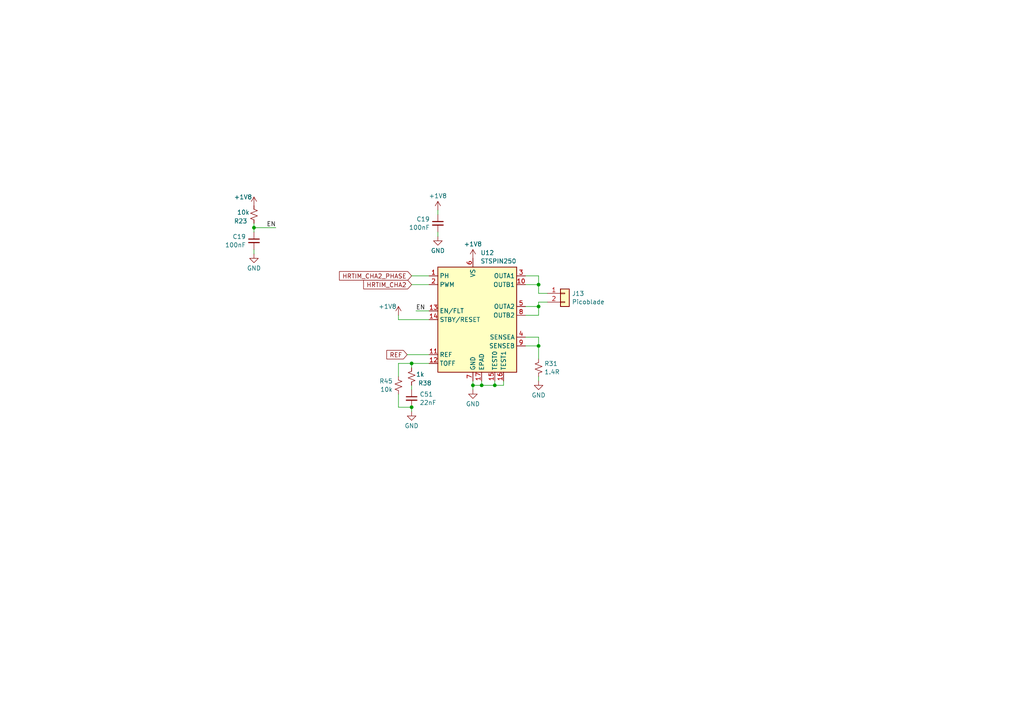
<source format=kicad_sch>
(kicad_sch (version 20230121) (generator eeschema)

  (uuid d3ae3c29-a710-4f7b-94c4-9f99cb159c5b)

  (paper "A4")

  (lib_symbols
    (symbol "Connector_Generic:Conn_01x02" (pin_names (offset 1.016) hide) (in_bom yes) (on_board yes)
      (property "Reference" "J" (at 0 2.54 0)
        (effects (font (size 1.27 1.27)))
      )
      (property "Value" "Conn_01x02" (at 0 -5.08 0)
        (effects (font (size 1.27 1.27)))
      )
      (property "Footprint" "" (at 0 0 0)
        (effects (font (size 1.27 1.27)) hide)
      )
      (property "Datasheet" "~" (at 0 0 0)
        (effects (font (size 1.27 1.27)) hide)
      )
      (property "ki_keywords" "connector" (at 0 0 0)
        (effects (font (size 1.27 1.27)) hide)
      )
      (property "ki_description" "Generic connector, single row, 01x02, script generated (kicad-library-utils/schlib/autogen/connector/)" (at 0 0 0)
        (effects (font (size 1.27 1.27)) hide)
      )
      (property "ki_fp_filters" "Connector*:*_1x??_*" (at 0 0 0)
        (effects (font (size 1.27 1.27)) hide)
      )
      (symbol "Conn_01x02_1_1"
        (rectangle (start -1.27 -2.413) (end 0 -2.667)
          (stroke (width 0.1524) (type default))
          (fill (type none))
        )
        (rectangle (start -1.27 0.127) (end 0 -0.127)
          (stroke (width 0.1524) (type default))
          (fill (type none))
        )
        (rectangle (start -1.27 1.27) (end 1.27 -3.81)
          (stroke (width 0.254) (type default))
          (fill (type background))
        )
        (pin passive line (at -5.08 0 0) (length 3.81)
          (name "Pin_1" (effects (font (size 1.27 1.27))))
          (number "1" (effects (font (size 1.27 1.27))))
        )
        (pin passive line (at -5.08 -2.54 0) (length 3.81)
          (name "Pin_2" (effects (font (size 1.27 1.27))))
          (number "2" (effects (font (size 1.27 1.27))))
        )
      )
    )
    (symbol "Device:C_Small" (pin_numbers hide) (pin_names (offset 0.254) hide) (in_bom yes) (on_board yes)
      (property "Reference" "C" (at 0.254 1.778 0)
        (effects (font (size 1.27 1.27)) (justify left))
      )
      (property "Value" "C_Small" (at 0.254 -2.032 0)
        (effects (font (size 1.27 1.27)) (justify left))
      )
      (property "Footprint" "" (at 0 0 0)
        (effects (font (size 1.27 1.27)) hide)
      )
      (property "Datasheet" "~" (at 0 0 0)
        (effects (font (size 1.27 1.27)) hide)
      )
      (property "ki_keywords" "capacitor cap" (at 0 0 0)
        (effects (font (size 1.27 1.27)) hide)
      )
      (property "ki_description" "Unpolarized capacitor, small symbol" (at 0 0 0)
        (effects (font (size 1.27 1.27)) hide)
      )
      (property "ki_fp_filters" "C_*" (at 0 0 0)
        (effects (font (size 1.27 1.27)) hide)
      )
      (symbol "C_Small_0_1"
        (polyline
          (pts
            (xy -1.524 -0.508)
            (xy 1.524 -0.508)
          )
          (stroke (width 0.3302) (type default))
          (fill (type none))
        )
        (polyline
          (pts
            (xy -1.524 0.508)
            (xy 1.524 0.508)
          )
          (stroke (width 0.3048) (type default))
          (fill (type none))
        )
      )
      (symbol "C_Small_1_1"
        (pin passive line (at 0 2.54 270) (length 2.032)
          (name "~" (effects (font (size 1.27 1.27))))
          (number "1" (effects (font (size 1.27 1.27))))
        )
        (pin passive line (at 0 -2.54 90) (length 2.032)
          (name "~" (effects (font (size 1.27 1.27))))
          (number "2" (effects (font (size 1.27 1.27))))
        )
      )
    )
    (symbol "Device:R_Small_US" (pin_numbers hide) (pin_names (offset 0.254) hide) (in_bom yes) (on_board yes)
      (property "Reference" "R" (at 0.762 0.508 0)
        (effects (font (size 1.27 1.27)) (justify left))
      )
      (property "Value" "R_Small_US" (at 0.762 -1.016 0)
        (effects (font (size 1.27 1.27)) (justify left))
      )
      (property "Footprint" "" (at 0 0 0)
        (effects (font (size 1.27 1.27)) hide)
      )
      (property "Datasheet" "~" (at 0 0 0)
        (effects (font (size 1.27 1.27)) hide)
      )
      (property "ki_keywords" "r resistor" (at 0 0 0)
        (effects (font (size 1.27 1.27)) hide)
      )
      (property "ki_description" "Resistor, small US symbol" (at 0 0 0)
        (effects (font (size 1.27 1.27)) hide)
      )
      (property "ki_fp_filters" "R_*" (at 0 0 0)
        (effects (font (size 1.27 1.27)) hide)
      )
      (symbol "R_Small_US_1_1"
        (polyline
          (pts
            (xy 0 0)
            (xy 1.016 -0.381)
            (xy 0 -0.762)
            (xy -1.016 -1.143)
            (xy 0 -1.524)
          )
          (stroke (width 0) (type default))
          (fill (type none))
        )
        (polyline
          (pts
            (xy 0 1.524)
            (xy 1.016 1.143)
            (xy 0 0.762)
            (xy -1.016 0.381)
            (xy 0 0)
          )
          (stroke (width 0) (type default))
          (fill (type none))
        )
        (pin passive line (at 0 2.54 270) (length 1.016)
          (name "~" (effects (font (size 1.27 1.27))))
          (number "1" (effects (font (size 1.27 1.27))))
        )
        (pin passive line (at 0 -2.54 90) (length 1.016)
          (name "~" (effects (font (size 1.27 1.27))))
          (number "2" (effects (font (size 1.27 1.27))))
        )
      )
    )
    (symbol "components_2:STSPIN250" (in_bom yes) (on_board yes)
      (property "Reference" "U" (at 6.35 21.59 0)
        (effects (font (size 1.27 1.27)))
      )
      (property "Value" "STSPIN250" (at 11.43 19.05 0)
        (effects (font (size 1.27 1.27)))
      )
      (property "Footprint" "" (at 0 24.13 0)
        (effects (font (size 1.27 1.27)) hide)
      )
      (property "Datasheet" "" (at 0 24.13 0)
        (effects (font (size 1.27 1.27)) hide)
      )
      (symbol "STSPIN250_0_1"
        (rectangle (start -10.16 15.24) (end 12.7 -15.24)
          (stroke (width 0.254) (type default))
          (fill (type background))
        )
      )
      (symbol "STSPIN250_1_1"
        (pin input line (at -12.7 12.7 0) (length 2.54)
          (name "PH" (effects (font (size 1.27 1.27))))
          (number "1" (effects (font (size 1.27 1.27))))
        )
        (pin power_out line (at 15.24 10.16 180) (length 2.54)
          (name "OUTB1" (effects (font (size 1.27 1.27))))
          (number "10" (effects (font (size 1.27 1.27))))
        )
        (pin input line (at -12.7 -10.16 0) (length 2.54)
          (name "REF" (effects (font (size 1.27 1.27))))
          (number "11" (effects (font (size 1.27 1.27))))
        )
        (pin input line (at -12.7 -12.7 0) (length 2.54)
          (name "TOFF" (effects (font (size 1.27 1.27))))
          (number "12" (effects (font (size 1.27 1.27))))
        )
        (pin bidirectional line (at -12.7 2.54 0) (length 2.54)
          (name "EN/FLT" (effects (font (size 1.27 1.27))))
          (number "13" (effects (font (size 1.27 1.27))))
        )
        (pin input line (at -12.7 0 0) (length 2.54)
          (name "STBY/RESET" (effects (font (size 1.27 1.27))))
          (number "14" (effects (font (size 1.27 1.27))))
        )
        (pin input line (at 6.35 -17.78 90) (length 2.54)
          (name "TEST0" (effects (font (size 1.27 1.27))))
          (number "15" (effects (font (size 1.27 1.27))))
        )
        (pin input line (at 8.89 -17.78 90) (length 2.54)
          (name "TEST1" (effects (font (size 1.27 1.27))))
          (number "16" (effects (font (size 1.27 1.27))))
        )
        (pin power_in line (at 2.54 -17.78 90) (length 2.54)
          (name "EPAD" (effects (font (size 1.27 1.27))))
          (number "17" (effects (font (size 1.27 1.27))))
        )
        (pin input line (at -12.7 10.16 0) (length 2.54)
          (name "PWM" (effects (font (size 1.27 1.27))))
          (number "2" (effects (font (size 1.27 1.27))))
        )
        (pin power_out line (at 15.24 12.7 180) (length 2.54)
          (name "OUTA1" (effects (font (size 1.27 1.27))))
          (number "3" (effects (font (size 1.27 1.27))))
        )
        (pin power_out line (at 15.24 -5.08 180) (length 2.54)
          (name "SENSEA" (effects (font (size 1.27 1.27))))
          (number "4" (effects (font (size 1.27 1.27))))
        )
        (pin power_out line (at 15.24 3.81 180) (length 2.54)
          (name "OUTA2" (effects (font (size 1.27 1.27))))
          (number "5" (effects (font (size 1.27 1.27))))
        )
        (pin power_in line (at 0 17.78 270) (length 2.54)
          (name "VS" (effects (font (size 1.27 1.27))))
          (number "6" (effects (font (size 1.27 1.27))))
        )
        (pin power_in line (at 0 -17.78 90) (length 2.54)
          (name "GND" (effects (font (size 1.27 1.27))))
          (number "7" (effects (font (size 1.27 1.27))))
        )
        (pin power_out line (at 15.24 1.27 180) (length 2.54)
          (name "OUTB2" (effects (font (size 1.27 1.27))))
          (number "8" (effects (font (size 1.27 1.27))))
        )
        (pin power_out line (at 15.24 -7.62 180) (length 2.54)
          (name "SENSEB" (effects (font (size 1.27 1.27))))
          (number "9" (effects (font (size 1.27 1.27))))
        )
      )
    )
    (symbol "power:+1V8" (power) (pin_names (offset 0)) (in_bom yes) (on_board yes)
      (property "Reference" "#PWR" (at 0 -3.81 0)
        (effects (font (size 1.27 1.27)) hide)
      )
      (property "Value" "+1V8" (at 0 3.556 0)
        (effects (font (size 1.27 1.27)))
      )
      (property "Footprint" "" (at 0 0 0)
        (effects (font (size 1.27 1.27)) hide)
      )
      (property "Datasheet" "" (at 0 0 0)
        (effects (font (size 1.27 1.27)) hide)
      )
      (property "ki_keywords" "global power" (at 0 0 0)
        (effects (font (size 1.27 1.27)) hide)
      )
      (property "ki_description" "Power symbol creates a global label with name \"+1V8\"" (at 0 0 0)
        (effects (font (size 1.27 1.27)) hide)
      )
      (symbol "+1V8_0_1"
        (polyline
          (pts
            (xy -0.762 1.27)
            (xy 0 2.54)
          )
          (stroke (width 0) (type default))
          (fill (type none))
        )
        (polyline
          (pts
            (xy 0 0)
            (xy 0 2.54)
          )
          (stroke (width 0) (type default))
          (fill (type none))
        )
        (polyline
          (pts
            (xy 0 2.54)
            (xy 0.762 1.27)
          )
          (stroke (width 0) (type default))
          (fill (type none))
        )
      )
      (symbol "+1V8_1_1"
        (pin power_in line (at 0 0 90) (length 0) hide
          (name "+1V8" (effects (font (size 1.27 1.27))))
          (number "1" (effects (font (size 1.27 1.27))))
        )
      )
    )
    (symbol "power:GND" (power) (pin_names (offset 0)) (in_bom yes) (on_board yes)
      (property "Reference" "#PWR" (at 0 -6.35 0)
        (effects (font (size 1.27 1.27)) hide)
      )
      (property "Value" "GND" (at 0 -3.81 0)
        (effects (font (size 1.27 1.27)))
      )
      (property "Footprint" "" (at 0 0 0)
        (effects (font (size 1.27 1.27)) hide)
      )
      (property "Datasheet" "" (at 0 0 0)
        (effects (font (size 1.27 1.27)) hide)
      )
      (property "ki_keywords" "global power" (at 0 0 0)
        (effects (font (size 1.27 1.27)) hide)
      )
      (property "ki_description" "Power symbol creates a global label with name \"GND\" , ground" (at 0 0 0)
        (effects (font (size 1.27 1.27)) hide)
      )
      (symbol "GND_0_1"
        (polyline
          (pts
            (xy 0 0)
            (xy 0 -1.27)
            (xy 1.27 -1.27)
            (xy 0 -2.54)
            (xy -1.27 -1.27)
            (xy 0 -1.27)
          )
          (stroke (width 0) (type default))
          (fill (type none))
        )
      )
      (symbol "GND_1_1"
        (pin power_in line (at 0 0 270) (length 0) hide
          (name "GND" (effects (font (size 1.27 1.27))))
          (number "1" (effects (font (size 1.27 1.27))))
        )
      )
    )
  )

  (junction (at 73.66 66.04) (diameter 0) (color 0 0 0 0)
    (uuid 1b058028-9f84-4ac7-b3b6-b1a99b104440)
  )
  (junction (at 156.21 88.9) (diameter 0) (color 0 0 0 0)
    (uuid 434cb4db-e008-497a-ac75-29356549856d)
  )
  (junction (at 156.21 82.55) (diameter 0) (color 0 0 0 0)
    (uuid 73c65292-b353-4b6d-8478-edeff7afb8c7)
  )
  (junction (at 119.38 118.11) (diameter 0) (color 0 0 0 0)
    (uuid 94b6b8c9-8047-4795-9a9c-fb7cd95c839f)
  )
  (junction (at 156.21 100.33) (diameter 0) (color 0 0 0 0)
    (uuid a7a6fb4e-42d6-42a7-bbf0-d6c88e0348fa)
  )
  (junction (at 143.51 111.76) (diameter 0) (color 0 0 0 0)
    (uuid b3b1cf1f-3840-4d7e-9047-79997c3d87d6)
  )
  (junction (at 137.16 111.76) (diameter 0) (color 0 0 0 0)
    (uuid cbccabf5-514d-4f33-a5e2-8afd2e5196d0)
  )
  (junction (at 119.38 105.41) (diameter 0) (color 0 0 0 0)
    (uuid e8e8b19e-38ee-46f6-abe7-2eb9415a0c45)
  )
  (junction (at 139.7 111.76) (diameter 0) (color 0 0 0 0)
    (uuid ef668624-f822-4384-8bde-da48dda47b2b)
  )

  (wire (pts (xy 158.75 87.63) (xy 156.21 87.63))
    (stroke (width 0) (type default))
    (uuid 03cd1acd-860c-41b6-a0cf-6e5051d36e0a)
  )
  (wire (pts (xy 119.38 82.55) (xy 124.46 82.55))
    (stroke (width 0) (type default))
    (uuid 0939e7f4-3a27-4bd1-a6fa-368b5ed13e37)
  )
  (wire (pts (xy 119.38 119.38) (xy 119.38 118.11))
    (stroke (width 0) (type default))
    (uuid 0b449ecc-9c82-4820-8698-d2d4d1a6b484)
  )
  (wire (pts (xy 152.4 91.44) (xy 156.21 91.44))
    (stroke (width 0) (type default))
    (uuid 0eadbab4-a729-4a40-b7f8-df60fec4a64f)
  )
  (wire (pts (xy 115.57 92.71) (xy 124.46 92.71))
    (stroke (width 0) (type default))
    (uuid 0f466d35-9b0b-4ceb-b8cd-ea19adb3e898)
  )
  (wire (pts (xy 119.38 80.01) (xy 124.46 80.01))
    (stroke (width 0) (type default))
    (uuid 10b5643e-9975-4ae8-a598-9fd17c429cba)
  )
  (wire (pts (xy 143.51 111.76) (xy 143.51 110.49))
    (stroke (width 0) (type default))
    (uuid 19da91f9-6a5f-48be-9fcf-aa2467619f8e)
  )
  (wire (pts (xy 156.21 100.33) (xy 156.21 104.14))
    (stroke (width 0) (type default))
    (uuid 1b9f4e11-f494-4182-b389-bc772a267783)
  )
  (wire (pts (xy 115.57 105.41) (xy 119.38 105.41))
    (stroke (width 0) (type default))
    (uuid 20724527-7776-4670-b0cc-9f7d650e952e)
  )
  (wire (pts (xy 156.21 97.79) (xy 156.21 100.33))
    (stroke (width 0) (type default))
    (uuid 23522f3e-82c7-4660-bf36-698bed9ff747)
  )
  (wire (pts (xy 115.57 105.41) (xy 115.57 109.22))
    (stroke (width 0) (type default))
    (uuid 266f7f8c-85f0-4bfc-ac14-3e43d1278dbb)
  )
  (wire (pts (xy 118.11 102.87) (xy 124.46 102.87))
    (stroke (width 0) (type default))
    (uuid 281cc014-5e66-4632-bf75-9540f4ceba37)
  )
  (wire (pts (xy 139.7 111.76) (xy 143.51 111.76))
    (stroke (width 0) (type default))
    (uuid 2c7a6d3a-27d4-47e9-a4c8-a2f54c3346dd)
  )
  (wire (pts (xy 115.57 91.44) (xy 115.57 92.71))
    (stroke (width 0) (type default))
    (uuid 2e373b68-696b-43be-8c67-9f63ce48e298)
  )
  (wire (pts (xy 119.38 111.76) (xy 119.38 113.03))
    (stroke (width 0) (type default))
    (uuid 2e7aa4f7-2f59-45c0-9c9e-df1fa5d386ac)
  )
  (wire (pts (xy 156.21 88.9) (xy 156.21 91.44))
    (stroke (width 0) (type default))
    (uuid 445ea813-6607-4352-8695-0473fe659a8a)
  )
  (wire (pts (xy 137.16 111.76) (xy 137.16 113.03))
    (stroke (width 0) (type default))
    (uuid 45a19862-9131-4617-be6d-7f257a3c5054)
  )
  (wire (pts (xy 139.7 111.76) (xy 139.7 110.49))
    (stroke (width 0) (type default))
    (uuid 487c0dd1-8201-4f33-b8f2-393144b038f8)
  )
  (wire (pts (xy 146.05 111.76) (xy 146.05 110.49))
    (stroke (width 0) (type default))
    (uuid 4ce01599-ccbc-4594-b42d-d099858787a8)
  )
  (wire (pts (xy 137.16 110.49) (xy 137.16 111.76))
    (stroke (width 0) (type default))
    (uuid 603a7429-cd78-4607-ab5d-caf3dfa7385e)
  )
  (wire (pts (xy 73.66 66.04) (xy 80.01 66.04))
    (stroke (width 0) (type default))
    (uuid 656c19b0-f51f-4086-872e-5c1b5f39469a)
  )
  (wire (pts (xy 156.21 85.09) (xy 158.75 85.09))
    (stroke (width 0) (type default))
    (uuid 6d3e1bae-fd32-4e05-b28b-78396ec183c2)
  )
  (wire (pts (xy 73.66 72.39) (xy 73.66 73.66))
    (stroke (width 0) (type default))
    (uuid 73808f81-c10b-48c4-b894-4210d8d2e8f5)
  )
  (wire (pts (xy 127 67.31) (xy 127 68.58))
    (stroke (width 0) (type default))
    (uuid 78851fe2-9688-4dbc-9a81-e27ce981c1f3)
  )
  (wire (pts (xy 156.21 82.55) (xy 156.21 85.09))
    (stroke (width 0) (type default))
    (uuid 815d45b0-8540-4fa8-8a69-4ab3476e3638)
  )
  (wire (pts (xy 152.4 82.55) (xy 156.21 82.55))
    (stroke (width 0) (type default))
    (uuid 911ea3c5-c522-48e4-b8b7-ffe02eb55a93)
  )
  (wire (pts (xy 143.51 111.76) (xy 146.05 111.76))
    (stroke (width 0) (type default))
    (uuid 91d6b792-46f7-47f9-91e4-44f1397bc96d)
  )
  (wire (pts (xy 152.4 97.79) (xy 156.21 97.79))
    (stroke (width 0) (type default))
    (uuid a13d80eb-dd9f-4a70-b224-482e1c96e3df)
  )
  (wire (pts (xy 156.21 88.9) (xy 152.4 88.9))
    (stroke (width 0) (type default))
    (uuid a660deba-e634-41a5-9be9-1acdd54ca362)
  )
  (wire (pts (xy 152.4 100.33) (xy 156.21 100.33))
    (stroke (width 0) (type default))
    (uuid b7184f51-76fc-4818-af53-3af825e81bd1)
  )
  (wire (pts (xy 73.66 66.04) (xy 73.66 67.31))
    (stroke (width 0) (type default))
    (uuid c2ecf8cb-e499-4517-a803-d9694267b958)
  )
  (wire (pts (xy 115.57 118.11) (xy 119.38 118.11))
    (stroke (width 0) (type default))
    (uuid c318da2f-fddf-4636-993e-5bc7cca1beac)
  )
  (wire (pts (xy 73.66 64.77) (xy 73.66 66.04))
    (stroke (width 0) (type default))
    (uuid dc332a99-a40b-43b0-afd4-b1a4005d0a40)
  )
  (wire (pts (xy 156.21 80.01) (xy 156.21 82.55))
    (stroke (width 0) (type default))
    (uuid df2ba190-63ee-43e9-80ec-603bc7b1877f)
  )
  (wire (pts (xy 137.16 111.76) (xy 139.7 111.76))
    (stroke (width 0) (type default))
    (uuid e3059f48-6eba-4772-a1e5-7160201bb03c)
  )
  (wire (pts (xy 120.65 90.17) (xy 124.46 90.17))
    (stroke (width 0) (type default))
    (uuid e9a31b84-fa76-47dc-b181-4530f0359c14)
  )
  (wire (pts (xy 156.21 109.22) (xy 156.21 110.49))
    (stroke (width 0) (type default))
    (uuid eb020714-22ff-400a-b95c-78631cd48784)
  )
  (wire (pts (xy 119.38 105.41) (xy 119.38 106.68))
    (stroke (width 0) (type default))
    (uuid f1eb8655-58c5-4a22-8f79-c4cc1f1bf9d1)
  )
  (wire (pts (xy 127 60.96) (xy 127 62.23))
    (stroke (width 0) (type default))
    (uuid f720122c-4380-418b-9614-9675d2e484e4)
  )
  (wire (pts (xy 115.57 114.3) (xy 115.57 118.11))
    (stroke (width 0) (type default))
    (uuid f7316a7e-2476-4819-8fb7-96fb7a77e1e5)
  )
  (wire (pts (xy 119.38 105.41) (xy 124.46 105.41))
    (stroke (width 0) (type default))
    (uuid f7a28afd-0294-4a52-a35d-87b0cb052b0f)
  )
  (wire (pts (xy 156.21 87.63) (xy 156.21 88.9))
    (stroke (width 0) (type default))
    (uuid fd07932c-b6c9-4dc1-bdde-48111e3bddea)
  )
  (wire (pts (xy 152.4 80.01) (xy 156.21 80.01))
    (stroke (width 0) (type default))
    (uuid fd3999ed-52e0-460b-b2ea-b4287d468792)
  )

  (label "EN" (at 80.01 66.04 180) (fields_autoplaced)
    (effects (font (size 1.27 1.27)) (justify right bottom))
    (uuid 6f38f7f3-4060-4369-90c5-b3f33419b46c)
  )
  (label "EN" (at 120.65 90.17 0) (fields_autoplaced)
    (effects (font (size 1.27 1.27)) (justify left bottom))
    (uuid cc3ae181-a2dc-4730-89a8-d239b9afe088)
  )

  (global_label "HRTIM_CHA2_PHASE" (shape input) (at 119.38 80.01 180) (fields_autoplaced)
    (effects (font (size 1.27 1.27)) (justify right))
    (uuid 0a7d8880-b569-4895-9387-492646d17fa7)
    (property "Intersheetrefs" "${INTERSHEET_REFS}" (at 97.8891 80.01 0)
      (effects (font (size 1.27 1.27)) (justify right) hide)
    )
  )
  (global_label "HRTIM_CHA2" (shape input) (at 119.38 82.55 180) (fields_autoplaced)
    (effects (font (size 1.27 1.27)) (justify right))
    (uuid 181d4a67-b2fb-4c13-8629-e1228d0e69f6)
    (property "Intersheetrefs" "${INTERSHEET_REFS}" (at 104.9043 82.55 0)
      (effects (font (size 1.27 1.27)) (justify right) hide)
    )
  )
  (global_label "REF" (shape input) (at 118.11 102.87 180) (fields_autoplaced)
    (effects (font (size 1.27 1.27)) (justify right))
    (uuid 388788e4-fa28-4e41-bcd1-18ced5ec417d)
    (property "Intersheetrefs" "${INTERSHEET_REFS}" (at 111.6172 102.87 0)
      (effects (font (size 1.27 1.27)) (justify right) hide)
    )
  )

  (symbol (lib_id "components_2:STSPIN250") (at 137.16 92.71 0) (unit 1)
    (in_bom yes) (on_board yes) (dnp no) (fields_autoplaced)
    (uuid 19eeca92-6ca8-4a31-b672-8fde65669788)
    (property "Reference" "U12" (at 139.3541 73.3257 0)
      (effects (font (size 1.27 1.27)) (justify left))
    )
    (property "Value" "STSPIN250" (at 139.3541 75.7499 0)
      (effects (font (size 1.27 1.27)) (justify left))
    )
    (property "Footprint" "Ultra_librarian:VFQFPN16_STSPIN_STM" (at 137.16 68.58 0)
      (effects (font (size 1.27 1.27)) hide)
    )
    (property "Datasheet" "" (at 137.16 68.58 0)
      (effects (font (size 1.27 1.27)) hide)
    )
    (property "LCSC" "C155561" (at 137.16 92.71 0)
      (effects (font (size 1.27 1.27)) hide)
    )
    (pin "1" (uuid e46c6c14-ad89-41e7-8adc-19629b9363a5))
    (pin "10" (uuid 97811da0-6c20-4a56-8acc-ede948d652a4))
    (pin "11" (uuid 6cd8da83-5e41-42b5-9795-1502d753ce59))
    (pin "12" (uuid 5072d2bc-849c-45b0-86a6-f246efd8c396))
    (pin "13" (uuid 4e2c5edb-598c-4673-981e-bcf1a29386c7))
    (pin "14" (uuid ed236e16-818c-40c0-8947-e853eeccb1af))
    (pin "15" (uuid 027bc0af-25d8-4ee4-b50a-e4daa7fb83c4))
    (pin "16" (uuid 1f78152d-2d05-4851-8d13-4c6d33a2c056))
    (pin "17" (uuid 2a41c778-4014-4d8b-a467-265f45364098))
    (pin "2" (uuid d0ed151e-5bd0-4e9e-9f18-83566a9c2c95))
    (pin "3" (uuid e5cded07-f179-4277-acae-df617063fae1))
    (pin "4" (uuid 7dcbdaa4-9ce3-441b-bc2b-1453d2e23489))
    (pin "5" (uuid 73c7dc44-4717-45ba-9c72-8d83ddba3050))
    (pin "6" (uuid b625d927-c8b1-4d35-b443-f77956de00b2))
    (pin "7" (uuid fac90f5f-7773-4d00-a29d-cf122037bab4))
    (pin "8" (uuid a5d3c886-c924-40c6-89f2-10d7a9adb180))
    (pin "9" (uuid 917c6d82-403f-49be-8bb7-e6186ace1d0d))
    (instances
      (project "KASM_PCB_REV1"
        (path "/bcd76057-59fd-41c5-bb52-9bafb2ef74e0/04e958db-aa3d-41e7-905b-1283accbf3a5"
          (reference "U12") (unit 1)
        )
        (path "/bcd76057-59fd-41c5-bb52-9bafb2ef74e0/04e958db-aa3d-41e7-905b-1283accbf3a5/18dc00ae-3159-4780-b672-12977f79e5ac"
          (reference "U5") (unit 1)
        )
        (path "/bcd76057-59fd-41c5-bb52-9bafb2ef74e0/04e958db-aa3d-41e7-905b-1283accbf3a5/0e4a8bf2-0dd0-4daf-93f5-21aaab6e9079"
          (reference "U12") (unit 1)
        )
        (path "/bcd76057-59fd-41c5-bb52-9bafb2ef74e0/04e958db-aa3d-41e7-905b-1283accbf3a5/fa3e3175-0ec2-4c23-918b-18b69f6d22c9"
          (reference "U7") (unit 1)
        )
        (path "/bcd76057-59fd-41c5-bb52-9bafb2ef74e0/04e958db-aa3d-41e7-905b-1283accbf3a5/5eb57887-e81e-4477-9dd7-7aacc0de0d0b"
          (reference "U34") (unit 1)
        )
        (path "/bcd76057-59fd-41c5-bb52-9bafb2ef74e0/04e958db-aa3d-41e7-905b-1283accbf3a5/e0928f68-e618-4bed-a90d-d4217e4537fe"
          (reference "U35") (unit 1)
        )
        (path "/bcd76057-59fd-41c5-bb52-9bafb2ef74e0/04e958db-aa3d-41e7-905b-1283accbf3a5/035548b8-a31f-4ce4-88ad-eb25e49c8086"
          (reference "U36") (unit 1)
        )
        (path "/bcd76057-59fd-41c5-bb52-9bafb2ef74e0/04e958db-aa3d-41e7-905b-1283accbf3a5/d43b2610-0e88-49f5-accf-91021c3a3747"
          (reference "U38") (unit 1)
        )
        (path "/bcd76057-59fd-41c5-bb52-9bafb2ef74e0/04e958db-aa3d-41e7-905b-1283accbf3a5/183aa310-3222-4137-baac-257f5699b820"
          (reference "U39") (unit 1)
        )
        (path "/bcd76057-59fd-41c5-bb52-9bafb2ef74e0/04e958db-aa3d-41e7-905b-1283accbf3a5/517c7ed0-094c-4bf8-893e-b74da427973a"
          (reference "U40") (unit 1)
        )
        (path "/bcd76057-59fd-41c5-bb52-9bafb2ef74e0/04e958db-aa3d-41e7-905b-1283accbf3a5/31bee4a8-b94d-44ab-a7b7-0e5ab7943934"
          (reference "U41") (unit 1)
        )
        (path "/bcd76057-59fd-41c5-bb52-9bafb2ef74e0/04e958db-aa3d-41e7-905b-1283accbf3a5/3c7f0f67-84e4-46e0-ae69-a3c8008fc518"
          (reference "U42") (unit 1)
        )
        (path "/bcd76057-59fd-41c5-bb52-9bafb2ef74e0/04e958db-aa3d-41e7-905b-1283accbf3a5/09624144-9abc-4214-b8b3-19be92fa01bb"
          (reference "U43") (unit 1)
        )
        (path "/bcd76057-59fd-41c5-bb52-9bafb2ef74e0/04e958db-aa3d-41e7-905b-1283accbf3a5/debcf873-ffd9-4218-a838-354e10f40114"
          (reference "U44") (unit 1)
        )
        (path "/bcd76057-59fd-41c5-bb52-9bafb2ef74e0/04e958db-aa3d-41e7-905b-1283accbf3a5/f3d20732-cdac-44e3-a331-3cd31b97ff57"
          (reference "U45") (unit 1)
        )
        (path "/bcd76057-59fd-41c5-bb52-9bafb2ef74e0/04e958db-aa3d-41e7-905b-1283accbf3a5/d282b751-7721-4014-b2b7-469980c2fd3d"
          (reference "U46") (unit 1)
        )
        (path "/bcd76057-59fd-41c5-bb52-9bafb2ef74e0/04e958db-aa3d-41e7-905b-1283accbf3a5/2f342150-1aa1-4808-811e-c8652a7360ed"
          (reference "U47") (unit 1)
        )
        (path "/bcd76057-59fd-41c5-bb52-9bafb2ef74e0/04e958db-aa3d-41e7-905b-1283accbf3a5/880b3b36-85e8-4c3c-aa09-491ac2842d9f"
          (reference "U48") (unit 1)
        )
        (path "/bcd76057-59fd-41c5-bb52-9bafb2ef74e0/04e958db-aa3d-41e7-905b-1283accbf3a5/a00a6dc6-5da7-4e1f-b4ec-6af8efc204f4"
          (reference "U49") (unit 1)
        )
        (path "/bcd76057-59fd-41c5-bb52-9bafb2ef74e0/04e958db-aa3d-41e7-905b-1283accbf3a5/fb97f32a-344e-42d0-80a3-2f30f649c95b"
          (reference "U50") (unit 1)
        )
        (path "/bcd76057-59fd-41c5-bb52-9bafb2ef74e0/04e958db-aa3d-41e7-905b-1283accbf3a5/758d2951-640e-4c88-be12-1a100eb086a5"
          (reference "U51") (unit 1)
        )
        (path "/bcd76057-59fd-41c5-bb52-9bafb2ef74e0/04e958db-aa3d-41e7-905b-1283accbf3a5/1e6d7f69-4122-453e-9254-d2339f5150d7"
          (reference "U52") (unit 1)
        )
        (path "/bcd76057-59fd-41c5-bb52-9bafb2ef74e0/04e958db-aa3d-41e7-905b-1283accbf3a5/cc8e9e82-b38f-4c96-81d0-3ca8ac77f771"
          (reference "U53") (unit 1)
        )
        (path "/bcd76057-59fd-41c5-bb52-9bafb2ef74e0/04e958db-aa3d-41e7-905b-1283accbf3a5/b1894ed9-6a63-4439-a2e8-1827c3e49ee7"
          (reference "U54") (unit 1)
        )
        (path "/bcd76057-59fd-41c5-bb52-9bafb2ef74e0/04e958db-aa3d-41e7-905b-1283accbf3a5/a49d49c7-da1f-4137-a620-bdc9f58595d1"
          (reference "U55") (unit 1)
        )
        (path "/bcd76057-59fd-41c5-bb52-9bafb2ef74e0/04e958db-aa3d-41e7-905b-1283accbf3a5/80cd4e08-0efe-488f-8e92-54beb1b4d1f2"
          (reference "U56") (unit 1)
        )
        (path "/bcd76057-59fd-41c5-bb52-9bafb2ef74e0/04e958db-aa3d-41e7-905b-1283accbf3a5/317da025-5f62-4c93-8d06-7954e608af1c"
          (reference "U57") (unit 1)
        )
        (path "/bcd76057-59fd-41c5-bb52-9bafb2ef74e0/04e958db-aa3d-41e7-905b-1283accbf3a5/ea7abcee-3bcc-4e0d-ba1f-bfc5afeaff56"
          (reference "U37") (unit 1)
        )
      )
    )
  )

  (symbol (lib_id "power:GND") (at 119.38 119.38 0) (unit 1)
    (in_bom yes) (on_board yes) (dnp no)
    (uuid 1b560aea-f1d1-4242-9055-9226e0b1f112)
    (property "Reference" "#PWR0113" (at 119.38 125.73 0)
      (effects (font (size 1.27 1.27)) hide)
    )
    (property "Value" "GND" (at 119.38 123.5131 0)
      (effects (font (size 1.27 1.27)))
    )
    (property "Footprint" "" (at 119.38 119.38 0)
      (effects (font (size 1.27 1.27)) hide)
    )
    (property "Datasheet" "" (at 119.38 119.38 0)
      (effects (font (size 1.27 1.27)) hide)
    )
    (pin "1" (uuid 4637a27a-c5c6-4311-b6dc-3fecae4bd51a))
    (instances
      (project "KASM_PCB_REV1"
        (path "/bcd76057-59fd-41c5-bb52-9bafb2ef74e0/04e958db-aa3d-41e7-905b-1283accbf3a5"
          (reference "#PWR0113") (unit 1)
        )
        (path "/bcd76057-59fd-41c5-bb52-9bafb2ef74e0/04e958db-aa3d-41e7-905b-1283accbf3a5/18dc00ae-3159-4780-b672-12977f79e5ac"
          (reference "#PWR0106") (unit 1)
        )
        (path "/bcd76057-59fd-41c5-bb52-9bafb2ef74e0/04e958db-aa3d-41e7-905b-1283accbf3a5/0e4a8bf2-0dd0-4daf-93f5-21aaab6e9079"
          (reference "#PWR0262") (unit 1)
        )
        (path "/bcd76057-59fd-41c5-bb52-9bafb2ef74e0/04e958db-aa3d-41e7-905b-1283accbf3a5/fa3e3175-0ec2-4c23-918b-18b69f6d22c9"
          (reference "#PWR0108") (unit 1)
        )
        (path "/bcd76057-59fd-41c5-bb52-9bafb2ef74e0/04e958db-aa3d-41e7-905b-1283accbf3a5/5eb57887-e81e-4477-9dd7-7aacc0de0d0b"
          (reference "#PWR0269") (unit 1)
        )
        (path "/bcd76057-59fd-41c5-bb52-9bafb2ef74e0/04e958db-aa3d-41e7-905b-1283accbf3a5/e0928f68-e618-4bed-a90d-d4217e4537fe"
          (reference "#PWR0276") (unit 1)
        )
        (path "/bcd76057-59fd-41c5-bb52-9bafb2ef74e0/04e958db-aa3d-41e7-905b-1283accbf3a5/035548b8-a31f-4ce4-88ad-eb25e49c8086"
          (reference "#PWR0283") (unit 1)
        )
        (path "/bcd76057-59fd-41c5-bb52-9bafb2ef74e0/04e958db-aa3d-41e7-905b-1283accbf3a5/d43b2610-0e88-49f5-accf-91021c3a3747"
          (reference "#PWR0297") (unit 1)
        )
        (path "/bcd76057-59fd-41c5-bb52-9bafb2ef74e0/04e958db-aa3d-41e7-905b-1283accbf3a5/183aa310-3222-4137-baac-257f5699b820"
          (reference "#PWR0304") (unit 1)
        )
        (path "/bcd76057-59fd-41c5-bb52-9bafb2ef74e0/04e958db-aa3d-41e7-905b-1283accbf3a5/517c7ed0-094c-4bf8-893e-b74da427973a"
          (reference "#PWR0311") (unit 1)
        )
        (path "/bcd76057-59fd-41c5-bb52-9bafb2ef74e0/04e958db-aa3d-41e7-905b-1283accbf3a5/31bee4a8-b94d-44ab-a7b7-0e5ab7943934"
          (reference "#PWR0318") (unit 1)
        )
        (path "/bcd76057-59fd-41c5-bb52-9bafb2ef74e0/04e958db-aa3d-41e7-905b-1283accbf3a5/3c7f0f67-84e4-46e0-ae69-a3c8008fc518"
          (reference "#PWR0325") (unit 1)
        )
        (path "/bcd76057-59fd-41c5-bb52-9bafb2ef74e0/04e958db-aa3d-41e7-905b-1283accbf3a5/09624144-9abc-4214-b8b3-19be92fa01bb"
          (reference "#PWR0332") (unit 1)
        )
        (path "/bcd76057-59fd-41c5-bb52-9bafb2ef74e0/04e958db-aa3d-41e7-905b-1283accbf3a5/debcf873-ffd9-4218-a838-354e10f40114"
          (reference "#PWR0339") (unit 1)
        )
        (path "/bcd76057-59fd-41c5-bb52-9bafb2ef74e0/04e958db-aa3d-41e7-905b-1283accbf3a5/f3d20732-cdac-44e3-a331-3cd31b97ff57"
          (reference "#PWR0346") (unit 1)
        )
        (path "/bcd76057-59fd-41c5-bb52-9bafb2ef74e0/04e958db-aa3d-41e7-905b-1283accbf3a5/d282b751-7721-4014-b2b7-469980c2fd3d"
          (reference "#PWR0353") (unit 1)
        )
        (path "/bcd76057-59fd-41c5-bb52-9bafb2ef74e0/04e958db-aa3d-41e7-905b-1283accbf3a5/2f342150-1aa1-4808-811e-c8652a7360ed"
          (reference "#PWR0360") (unit 1)
        )
        (path "/bcd76057-59fd-41c5-bb52-9bafb2ef74e0/04e958db-aa3d-41e7-905b-1283accbf3a5/880b3b36-85e8-4c3c-aa09-491ac2842d9f"
          (reference "#PWR0367") (unit 1)
        )
        (path "/bcd76057-59fd-41c5-bb52-9bafb2ef74e0/04e958db-aa3d-41e7-905b-1283accbf3a5/a00a6dc6-5da7-4e1f-b4ec-6af8efc204f4"
          (reference "#PWR0374") (unit 1)
        )
        (path "/bcd76057-59fd-41c5-bb52-9bafb2ef74e0/04e958db-aa3d-41e7-905b-1283accbf3a5/fb97f32a-344e-42d0-80a3-2f30f649c95b"
          (reference "#PWR0381") (unit 1)
        )
        (path "/bcd76057-59fd-41c5-bb52-9bafb2ef74e0/04e958db-aa3d-41e7-905b-1283accbf3a5/758d2951-640e-4c88-be12-1a100eb086a5"
          (reference "#PWR0388") (unit 1)
        )
        (path "/bcd76057-59fd-41c5-bb52-9bafb2ef74e0/04e958db-aa3d-41e7-905b-1283accbf3a5/1e6d7f69-4122-453e-9254-d2339f5150d7"
          (reference "#PWR0395") (unit 1)
        )
        (path "/bcd76057-59fd-41c5-bb52-9bafb2ef74e0/04e958db-aa3d-41e7-905b-1283accbf3a5/cc8e9e82-b38f-4c96-81d0-3ca8ac77f771"
          (reference "#PWR0402") (unit 1)
        )
        (path "/bcd76057-59fd-41c5-bb52-9bafb2ef74e0/04e958db-aa3d-41e7-905b-1283accbf3a5/b1894ed9-6a63-4439-a2e8-1827c3e49ee7"
          (reference "#PWR0409") (unit 1)
        )
        (path "/bcd76057-59fd-41c5-bb52-9bafb2ef74e0/04e958db-aa3d-41e7-905b-1283accbf3a5/a49d49c7-da1f-4137-a620-bdc9f58595d1"
          (reference "#PWR0416") (unit 1)
        )
        (path "/bcd76057-59fd-41c5-bb52-9bafb2ef74e0/04e958db-aa3d-41e7-905b-1283accbf3a5/80cd4e08-0efe-488f-8e92-54beb1b4d1f2"
          (reference "#PWR0423") (unit 1)
        )
        (path "/bcd76057-59fd-41c5-bb52-9bafb2ef74e0/04e958db-aa3d-41e7-905b-1283accbf3a5/317da025-5f62-4c93-8d06-7954e608af1c"
          (reference "#PWR0430") (unit 1)
        )
        (path "/bcd76057-59fd-41c5-bb52-9bafb2ef74e0/04e958db-aa3d-41e7-905b-1283accbf3a5/ea7abcee-3bcc-4e0d-ba1f-bfc5afeaff56"
          (reference "#PWR0290") (unit 1)
        )
      )
    )
  )

  (symbol (lib_id "Device:R_Small_US") (at 115.57 111.76 0) (unit 1)
    (in_bom yes) (on_board yes) (dnp no)
    (uuid 1c0f638b-f20f-4b2e-b1b4-83a656ba64a2)
    (property "Reference" "R45" (at 113.919 110.5479 0)
      (effects (font (size 1.27 1.27)) (justify right))
    )
    (property "Value" "10k" (at 113.919 112.9721 0)
      (effects (font (size 1.27 1.27)) (justify right))
    )
    (property "Footprint" "Resistor_SMD:R_0402_1005Metric" (at 115.57 111.76 0)
      (effects (font (size 1.27 1.27)) hide)
    )
    (property "Datasheet" "~" (at 115.57 111.76 0)
      (effects (font (size 1.27 1.27)) hide)
    )
    (property "LCSC" "C25744" (at 115.57 111.76 0)
      (effects (font (size 1.27 1.27)) hide)
    )
    (pin "1" (uuid 32b177db-daf9-4a6b-9c8f-4c4a6aa2c23e))
    (pin "2" (uuid 07fe93d4-1469-4ba6-a4b1-0eeff5425a0e))
    (instances
      (project "KASM_PCB_REV1"
        (path "/bcd76057-59fd-41c5-bb52-9bafb2ef74e0/04e958db-aa3d-41e7-905b-1283accbf3a5"
          (reference "R45") (unit 1)
        )
        (path "/bcd76057-59fd-41c5-bb52-9bafb2ef74e0/04e958db-aa3d-41e7-905b-1283accbf3a5/18dc00ae-3159-4780-b672-12977f79e5ac"
          (reference "R45") (unit 1)
        )
        (path "/bcd76057-59fd-41c5-bb52-9bafb2ef74e0/04e958db-aa3d-41e7-905b-1283accbf3a5/0e4a8bf2-0dd0-4daf-93f5-21aaab6e9079"
          (reference "R110") (unit 1)
        )
        (path "/bcd76057-59fd-41c5-bb52-9bafb2ef74e0/04e958db-aa3d-41e7-905b-1283accbf3a5/fa3e3175-0ec2-4c23-918b-18b69f6d22c9"
          (reference "R40") (unit 1)
        )
        (path "/bcd76057-59fd-41c5-bb52-9bafb2ef74e0/04e958db-aa3d-41e7-905b-1283accbf3a5/5eb57887-e81e-4477-9dd7-7aacc0de0d0b"
          (reference "R113") (unit 1)
        )
        (path "/bcd76057-59fd-41c5-bb52-9bafb2ef74e0/04e958db-aa3d-41e7-905b-1283accbf3a5/e0928f68-e618-4bed-a90d-d4217e4537fe"
          (reference "R116") (unit 1)
        )
        (path "/bcd76057-59fd-41c5-bb52-9bafb2ef74e0/04e958db-aa3d-41e7-905b-1283accbf3a5/035548b8-a31f-4ce4-88ad-eb25e49c8086"
          (reference "R119") (unit 1)
        )
        (path "/bcd76057-59fd-41c5-bb52-9bafb2ef74e0/04e958db-aa3d-41e7-905b-1283accbf3a5/d43b2610-0e88-49f5-accf-91021c3a3747"
          (reference "R125") (unit 1)
        )
        (path "/bcd76057-59fd-41c5-bb52-9bafb2ef74e0/04e958db-aa3d-41e7-905b-1283accbf3a5/183aa310-3222-4137-baac-257f5699b820"
          (reference "R128") (unit 1)
        )
        (path "/bcd76057-59fd-41c5-bb52-9bafb2ef74e0/04e958db-aa3d-41e7-905b-1283accbf3a5/517c7ed0-094c-4bf8-893e-b74da427973a"
          (reference "R131") (unit 1)
        )
        (path "/bcd76057-59fd-41c5-bb52-9bafb2ef74e0/04e958db-aa3d-41e7-905b-1283accbf3a5/31bee4a8-b94d-44ab-a7b7-0e5ab7943934"
          (reference "R134") (unit 1)
        )
        (path "/bcd76057-59fd-41c5-bb52-9bafb2ef74e0/04e958db-aa3d-41e7-905b-1283accbf3a5/3c7f0f67-84e4-46e0-ae69-a3c8008fc518"
          (reference "R137") (unit 1)
        )
        (path "/bcd76057-59fd-41c5-bb52-9bafb2ef74e0/04e958db-aa3d-41e7-905b-1283accbf3a5/09624144-9abc-4214-b8b3-19be92fa01bb"
          (reference "R140") (unit 1)
        )
        (path "/bcd76057-59fd-41c5-bb52-9bafb2ef74e0/04e958db-aa3d-41e7-905b-1283accbf3a5/debcf873-ffd9-4218-a838-354e10f40114"
          (reference "R143") (unit 1)
        )
        (path "/bcd76057-59fd-41c5-bb52-9bafb2ef74e0/04e958db-aa3d-41e7-905b-1283accbf3a5/f3d20732-cdac-44e3-a331-3cd31b97ff57"
          (reference "R146") (unit 1)
        )
        (path "/bcd76057-59fd-41c5-bb52-9bafb2ef74e0/04e958db-aa3d-41e7-905b-1283accbf3a5/d282b751-7721-4014-b2b7-469980c2fd3d"
          (reference "R149") (unit 1)
        )
        (path "/bcd76057-59fd-41c5-bb52-9bafb2ef74e0/04e958db-aa3d-41e7-905b-1283accbf3a5/2f342150-1aa1-4808-811e-c8652a7360ed"
          (reference "R152") (unit 1)
        )
        (path "/bcd76057-59fd-41c5-bb52-9bafb2ef74e0/04e958db-aa3d-41e7-905b-1283accbf3a5/880b3b36-85e8-4c3c-aa09-491ac2842d9f"
          (reference "R155") (unit 1)
        )
        (path "/bcd76057-59fd-41c5-bb52-9bafb2ef74e0/04e958db-aa3d-41e7-905b-1283accbf3a5/a00a6dc6-5da7-4e1f-b4ec-6af8efc204f4"
          (reference "R158") (unit 1)
        )
        (path "/bcd76057-59fd-41c5-bb52-9bafb2ef74e0/04e958db-aa3d-41e7-905b-1283accbf3a5/fb97f32a-344e-42d0-80a3-2f30f649c95b"
          (reference "R161") (unit 1)
        )
        (path "/bcd76057-59fd-41c5-bb52-9bafb2ef74e0/04e958db-aa3d-41e7-905b-1283accbf3a5/758d2951-640e-4c88-be12-1a100eb086a5"
          (reference "R164") (unit 1)
        )
        (path "/bcd76057-59fd-41c5-bb52-9bafb2ef74e0/04e958db-aa3d-41e7-905b-1283accbf3a5/1e6d7f69-4122-453e-9254-d2339f5150d7"
          (reference "R167") (unit 1)
        )
        (path "/bcd76057-59fd-41c5-bb52-9bafb2ef74e0/04e958db-aa3d-41e7-905b-1283accbf3a5/cc8e9e82-b38f-4c96-81d0-3ca8ac77f771"
          (reference "R170") (unit 1)
        )
        (path "/bcd76057-59fd-41c5-bb52-9bafb2ef74e0/04e958db-aa3d-41e7-905b-1283accbf3a5/b1894ed9-6a63-4439-a2e8-1827c3e49ee7"
          (reference "R173") (unit 1)
        )
        (path "/bcd76057-59fd-41c5-bb52-9bafb2ef74e0/04e958db-aa3d-41e7-905b-1283accbf3a5/a49d49c7-da1f-4137-a620-bdc9f58595d1"
          (reference "R176") (unit 1)
        )
        (path "/bcd76057-59fd-41c5-bb52-9bafb2ef74e0/04e958db-aa3d-41e7-905b-1283accbf3a5/80cd4e08-0efe-488f-8e92-54beb1b4d1f2"
          (reference "R179") (unit 1)
        )
        (path "/bcd76057-59fd-41c5-bb52-9bafb2ef74e0/04e958db-aa3d-41e7-905b-1283accbf3a5/317da025-5f62-4c93-8d06-7954e608af1c"
          (reference "R182") (unit 1)
        )
        (path "/bcd76057-59fd-41c5-bb52-9bafb2ef74e0/04e958db-aa3d-41e7-905b-1283accbf3a5/ea7abcee-3bcc-4e0d-ba1f-bfc5afeaff56"
          (reference "R122") (unit 1)
        )
      )
    )
  )

  (symbol (lib_id "Device:C_Small") (at 119.38 115.57 0) (unit 1)
    (in_bom yes) (on_board yes) (dnp no)
    (uuid 2782306e-b156-4b63-ae9d-a4809019075d)
    (property "Reference" "C51" (at 121.7041 114.3642 0)
      (effects (font (size 1.27 1.27)) (justify left))
    )
    (property "Value" "22nF" (at 121.7041 116.7884 0)
      (effects (font (size 1.27 1.27)) (justify left))
    )
    (property "Footprint" "Capacitor_SMD:C_0402_1005Metric" (at 119.38 115.57 0)
      (effects (font (size 1.27 1.27)) hide)
    )
    (property "Datasheet" "~" (at 119.38 115.57 0)
      (effects (font (size 1.27 1.27)) hide)
    )
    (property "LCSC" "C1532" (at 119.38 115.57 0)
      (effects (font (size 1.27 1.27)) hide)
    )
    (pin "1" (uuid 45cc038a-6790-4cfb-91c4-5c23167940f5))
    (pin "2" (uuid d4512f2d-7735-4fc1-a4ef-1aaab42564c2))
    (instances
      (project "KASM_PCB_REV1"
        (path "/bcd76057-59fd-41c5-bb52-9bafb2ef74e0/04e958db-aa3d-41e7-905b-1283accbf3a5"
          (reference "C51") (unit 1)
        )
        (path "/bcd76057-59fd-41c5-bb52-9bafb2ef74e0/04e958db-aa3d-41e7-905b-1283accbf3a5/18dc00ae-3159-4780-b672-12977f79e5ac"
          (reference "C51") (unit 1)
        )
        (path "/bcd76057-59fd-41c5-bb52-9bafb2ef74e0/04e958db-aa3d-41e7-905b-1283accbf3a5/0e4a8bf2-0dd0-4daf-93f5-21aaab6e9079"
          (reference "C95") (unit 1)
        )
        (path "/bcd76057-59fd-41c5-bb52-9bafb2ef74e0/04e958db-aa3d-41e7-905b-1283accbf3a5/fa3e3175-0ec2-4c23-918b-18b69f6d22c9"
          (reference "C46") (unit 1)
        )
        (path "/bcd76057-59fd-41c5-bb52-9bafb2ef74e0/04e958db-aa3d-41e7-905b-1283accbf3a5/5eb57887-e81e-4477-9dd7-7aacc0de0d0b"
          (reference "C97") (unit 1)
        )
        (path "/bcd76057-59fd-41c5-bb52-9bafb2ef74e0/04e958db-aa3d-41e7-905b-1283accbf3a5/e0928f68-e618-4bed-a90d-d4217e4537fe"
          (reference "C99") (unit 1)
        )
        (path "/bcd76057-59fd-41c5-bb52-9bafb2ef74e0/04e958db-aa3d-41e7-905b-1283accbf3a5/035548b8-a31f-4ce4-88ad-eb25e49c8086"
          (reference "C101") (unit 1)
        )
        (path "/bcd76057-59fd-41c5-bb52-9bafb2ef74e0/04e958db-aa3d-41e7-905b-1283accbf3a5/d43b2610-0e88-49f5-accf-91021c3a3747"
          (reference "C105") (unit 1)
        )
        (path "/bcd76057-59fd-41c5-bb52-9bafb2ef74e0/04e958db-aa3d-41e7-905b-1283accbf3a5/183aa310-3222-4137-baac-257f5699b820"
          (reference "C107") (unit 1)
        )
        (path "/bcd76057-59fd-41c5-bb52-9bafb2ef74e0/04e958db-aa3d-41e7-905b-1283accbf3a5/517c7ed0-094c-4bf8-893e-b74da427973a"
          (reference "C109") (unit 1)
        )
        (path "/bcd76057-59fd-41c5-bb52-9bafb2ef74e0/04e958db-aa3d-41e7-905b-1283accbf3a5/31bee4a8-b94d-44ab-a7b7-0e5ab7943934"
          (reference "C111") (unit 1)
        )
        (path "/bcd76057-59fd-41c5-bb52-9bafb2ef74e0/04e958db-aa3d-41e7-905b-1283accbf3a5/3c7f0f67-84e4-46e0-ae69-a3c8008fc518"
          (reference "C113") (unit 1)
        )
        (path "/bcd76057-59fd-41c5-bb52-9bafb2ef74e0/04e958db-aa3d-41e7-905b-1283accbf3a5/09624144-9abc-4214-b8b3-19be92fa01bb"
          (reference "C115") (unit 1)
        )
        (path "/bcd76057-59fd-41c5-bb52-9bafb2ef74e0/04e958db-aa3d-41e7-905b-1283accbf3a5/debcf873-ffd9-4218-a838-354e10f40114"
          (reference "C117") (unit 1)
        )
        (path "/bcd76057-59fd-41c5-bb52-9bafb2ef74e0/04e958db-aa3d-41e7-905b-1283accbf3a5/f3d20732-cdac-44e3-a331-3cd31b97ff57"
          (reference "C119") (unit 1)
        )
        (path "/bcd76057-59fd-41c5-bb52-9bafb2ef74e0/04e958db-aa3d-41e7-905b-1283accbf3a5/d282b751-7721-4014-b2b7-469980c2fd3d"
          (reference "C121") (unit 1)
        )
        (path "/bcd76057-59fd-41c5-bb52-9bafb2ef74e0/04e958db-aa3d-41e7-905b-1283accbf3a5/2f342150-1aa1-4808-811e-c8652a7360ed"
          (reference "C123") (unit 1)
        )
        (path "/bcd76057-59fd-41c5-bb52-9bafb2ef74e0/04e958db-aa3d-41e7-905b-1283accbf3a5/880b3b36-85e8-4c3c-aa09-491ac2842d9f"
          (reference "C125") (unit 1)
        )
        (path "/bcd76057-59fd-41c5-bb52-9bafb2ef74e0/04e958db-aa3d-41e7-905b-1283accbf3a5/a00a6dc6-5da7-4e1f-b4ec-6af8efc204f4"
          (reference "C127") (unit 1)
        )
        (path "/bcd76057-59fd-41c5-bb52-9bafb2ef74e0/04e958db-aa3d-41e7-905b-1283accbf3a5/fb97f32a-344e-42d0-80a3-2f30f649c95b"
          (reference "C129") (unit 1)
        )
        (path "/bcd76057-59fd-41c5-bb52-9bafb2ef74e0/04e958db-aa3d-41e7-905b-1283accbf3a5/758d2951-640e-4c88-be12-1a100eb086a5"
          (reference "C131") (unit 1)
        )
        (path "/bcd76057-59fd-41c5-bb52-9bafb2ef74e0/04e958db-aa3d-41e7-905b-1283accbf3a5/1e6d7f69-4122-453e-9254-d2339f5150d7"
          (reference "C133") (unit 1)
        )
        (path "/bcd76057-59fd-41c5-bb52-9bafb2ef74e0/04e958db-aa3d-41e7-905b-1283accbf3a5/cc8e9e82-b38f-4c96-81d0-3ca8ac77f771"
          (reference "C135") (unit 1)
        )
        (path "/bcd76057-59fd-41c5-bb52-9bafb2ef74e0/04e958db-aa3d-41e7-905b-1283accbf3a5/b1894ed9-6a63-4439-a2e8-1827c3e49ee7"
          (reference "C137") (unit 1)
        )
        (path "/bcd76057-59fd-41c5-bb52-9bafb2ef74e0/04e958db-aa3d-41e7-905b-1283accbf3a5/a49d49c7-da1f-4137-a620-bdc9f58595d1"
          (reference "C139") (unit 1)
        )
        (path "/bcd76057-59fd-41c5-bb52-9bafb2ef74e0/04e958db-aa3d-41e7-905b-1283accbf3a5/80cd4e08-0efe-488f-8e92-54beb1b4d1f2"
          (reference "C141") (unit 1)
        )
        (path "/bcd76057-59fd-41c5-bb52-9bafb2ef74e0/04e958db-aa3d-41e7-905b-1283accbf3a5/317da025-5f62-4c93-8d06-7954e608af1c"
          (reference "C143") (unit 1)
        )
        (path "/bcd76057-59fd-41c5-bb52-9bafb2ef74e0/04e958db-aa3d-41e7-905b-1283accbf3a5/ea7abcee-3bcc-4e0d-ba1f-bfc5afeaff56"
          (reference "C103") (unit 1)
        )
      )
    )
  )

  (symbol (lib_id "Device:C_Small") (at 127 64.77 0) (mirror y) (unit 1)
    (in_bom yes) (on_board yes) (dnp no)
    (uuid 30662a80-f7ba-4153-8c23-39ace1e524b8)
    (property "Reference" "C19" (at 124.6759 63.5642 0)
      (effects (font (size 1.27 1.27)) (justify left))
    )
    (property "Value" "100nF" (at 124.6759 65.9884 0)
      (effects (font (size 1.27 1.27)) (justify left))
    )
    (property "Footprint" "Capacitor_SMD:C_0402_1005Metric" (at 127 64.77 0)
      (effects (font (size 1.27 1.27)) hide)
    )
    (property "Datasheet" "~" (at 127 64.77 0)
      (effects (font (size 1.27 1.27)) hide)
    )
    (property "LCSC" "C1525" (at 127 64.77 0)
      (effects (font (size 1.27 1.27)) hide)
    )
    (pin "1" (uuid 895c655b-c28c-4357-b4cb-52024c7cdb04))
    (pin "2" (uuid 517a1446-2faa-475e-a498-cdaac64064c7))
    (instances
      (project "KASM_PCB_REV1"
        (path "/bcd76057-59fd-41c5-bb52-9bafb2ef74e0/9f28d78d-ca42-4041-9be6-b996c46b4a0a"
          (reference "C19") (unit 1)
        )
        (path "/bcd76057-59fd-41c5-bb52-9bafb2ef74e0/da6e1dd6-6549-4588-8765-3ff657cbe17b"
          (reference "C1") (unit 1)
        )
        (path "/bcd76057-59fd-41c5-bb52-9bafb2ef74e0/04e958db-aa3d-41e7-905b-1283accbf3a5"
          (reference "C40") (unit 1)
        )
        (path "/bcd76057-59fd-41c5-bb52-9bafb2ef74e0/04e958db-aa3d-41e7-905b-1283accbf3a5/18dc00ae-3159-4780-b672-12977f79e5ac"
          (reference "C40") (unit 1)
        )
        (path "/bcd76057-59fd-41c5-bb52-9bafb2ef74e0/04e958db-aa3d-41e7-905b-1283accbf3a5/0e4a8bf2-0dd0-4daf-93f5-21aaab6e9079"
          (reference "C94") (unit 1)
        )
        (path "/bcd76057-59fd-41c5-bb52-9bafb2ef74e0/04e958db-aa3d-41e7-905b-1283accbf3a5/fa3e3175-0ec2-4c23-918b-18b69f6d22c9"
          (reference "C42") (unit 1)
        )
        (path "/bcd76057-59fd-41c5-bb52-9bafb2ef74e0/04e958db-aa3d-41e7-905b-1283accbf3a5/5eb57887-e81e-4477-9dd7-7aacc0de0d0b"
          (reference "C96") (unit 1)
        )
        (path "/bcd76057-59fd-41c5-bb52-9bafb2ef74e0/04e958db-aa3d-41e7-905b-1283accbf3a5/e0928f68-e618-4bed-a90d-d4217e4537fe"
          (reference "C98") (unit 1)
        )
        (path "/bcd76057-59fd-41c5-bb52-9bafb2ef74e0/04e958db-aa3d-41e7-905b-1283accbf3a5/035548b8-a31f-4ce4-88ad-eb25e49c8086"
          (reference "C100") (unit 1)
        )
        (path "/bcd76057-59fd-41c5-bb52-9bafb2ef74e0/04e958db-aa3d-41e7-905b-1283accbf3a5/d43b2610-0e88-49f5-accf-91021c3a3747"
          (reference "C104") (unit 1)
        )
        (path "/bcd76057-59fd-41c5-bb52-9bafb2ef74e0/04e958db-aa3d-41e7-905b-1283accbf3a5/183aa310-3222-4137-baac-257f5699b820"
          (reference "C106") (unit 1)
        )
        (path "/bcd76057-59fd-41c5-bb52-9bafb2ef74e0/04e958db-aa3d-41e7-905b-1283accbf3a5/517c7ed0-094c-4bf8-893e-b74da427973a"
          (reference "C108") (unit 1)
        )
        (path "/bcd76057-59fd-41c5-bb52-9bafb2ef74e0/04e958db-aa3d-41e7-905b-1283accbf3a5/31bee4a8-b94d-44ab-a7b7-0e5ab7943934"
          (reference "C110") (unit 1)
        )
        (path "/bcd76057-59fd-41c5-bb52-9bafb2ef74e0/04e958db-aa3d-41e7-905b-1283accbf3a5/3c7f0f67-84e4-46e0-ae69-a3c8008fc518"
          (reference "C112") (unit 1)
        )
        (path "/bcd76057-59fd-41c5-bb52-9bafb2ef74e0/04e958db-aa3d-41e7-905b-1283accbf3a5/09624144-9abc-4214-b8b3-19be92fa01bb"
          (reference "C114") (unit 1)
        )
        (path "/bcd76057-59fd-41c5-bb52-9bafb2ef74e0/04e958db-aa3d-41e7-905b-1283accbf3a5/debcf873-ffd9-4218-a838-354e10f40114"
          (reference "C116") (unit 1)
        )
        (path "/bcd76057-59fd-41c5-bb52-9bafb2ef74e0/04e958db-aa3d-41e7-905b-1283accbf3a5/f3d20732-cdac-44e3-a331-3cd31b97ff57"
          (reference "C118") (unit 1)
        )
        (path "/bcd76057-59fd-41c5-bb52-9bafb2ef74e0/04e958db-aa3d-41e7-905b-1283accbf3a5/d282b751-7721-4014-b2b7-469980c2fd3d"
          (reference "C120") (unit 1)
        )
        (path "/bcd76057-59fd-41c5-bb52-9bafb2ef74e0/04e958db-aa3d-41e7-905b-1283accbf3a5/2f342150-1aa1-4808-811e-c8652a7360ed"
          (reference "C122") (unit 1)
        )
        (path "/bcd76057-59fd-41c5-bb52-9bafb2ef74e0/04e958db-aa3d-41e7-905b-1283accbf3a5/880b3b36-85e8-4c3c-aa09-491ac2842d9f"
          (reference "C124") (unit 1)
        )
        (path "/bcd76057-59fd-41c5-bb52-9bafb2ef74e0/04e958db-aa3d-41e7-905b-1283accbf3a5/a00a6dc6-5da7-4e1f-b4ec-6af8efc204f4"
          (reference "C126") (unit 1)
        )
        (path "/bcd76057-59fd-41c5-bb52-9bafb2ef74e0/04e958db-aa3d-41e7-905b-1283accbf3a5/fb97f32a-344e-42d0-80a3-2f30f649c95b"
          (reference "C128") (unit 1)
        )
        (path "/bcd76057-59fd-41c5-bb52-9bafb2ef74e0/04e958db-aa3d-41e7-905b-1283accbf3a5/758d2951-640e-4c88-be12-1a100eb086a5"
          (reference "C130") (unit 1)
        )
        (path "/bcd76057-59fd-41c5-bb52-9bafb2ef74e0/04e958db-aa3d-41e7-905b-1283accbf3a5/1e6d7f69-4122-453e-9254-d2339f5150d7"
          (reference "C132") (unit 1)
        )
        (path "/bcd76057-59fd-41c5-bb52-9bafb2ef74e0/04e958db-aa3d-41e7-905b-1283accbf3a5/cc8e9e82-b38f-4c96-81d0-3ca8ac77f771"
          (reference "C134") (unit 1)
        )
        (path "/bcd76057-59fd-41c5-bb52-9bafb2ef74e0/04e958db-aa3d-41e7-905b-1283accbf3a5/b1894ed9-6a63-4439-a2e8-1827c3e49ee7"
          (reference "C136") (unit 1)
        )
        (path "/bcd76057-59fd-41c5-bb52-9bafb2ef74e0/04e958db-aa3d-41e7-905b-1283accbf3a5/a49d49c7-da1f-4137-a620-bdc9f58595d1"
          (reference "C138") (unit 1)
        )
        (path "/bcd76057-59fd-41c5-bb52-9bafb2ef74e0/04e958db-aa3d-41e7-905b-1283accbf3a5/80cd4e08-0efe-488f-8e92-54beb1b4d1f2"
          (reference "C140") (unit 1)
        )
        (path "/bcd76057-59fd-41c5-bb52-9bafb2ef74e0/04e958db-aa3d-41e7-905b-1283accbf3a5/317da025-5f62-4c93-8d06-7954e608af1c"
          (reference "C142") (unit 1)
        )
        (path "/bcd76057-59fd-41c5-bb52-9bafb2ef74e0/04e958db-aa3d-41e7-905b-1283accbf3a5/ea7abcee-3bcc-4e0d-ba1f-bfc5afeaff56"
          (reference "C102") (unit 1)
        )
      )
    )
  )

  (symbol (lib_id "power:+1V8") (at 137.16 74.93 0) (unit 1)
    (in_bom yes) (on_board yes) (dnp no) (fields_autoplaced)
    (uuid 351bac8b-9ad0-4f87-b14f-9b52a07bdc9f)
    (property "Reference" "#PWR030" (at 137.16 78.74 0)
      (effects (font (size 1.27 1.27)) hide)
    )
    (property "Value" "+1V8" (at 137.16 70.7969 0)
      (effects (font (size 1.27 1.27)))
    )
    (property "Footprint" "" (at 137.16 74.93 0)
      (effects (font (size 1.27 1.27)) hide)
    )
    (property "Datasheet" "" (at 137.16 74.93 0)
      (effects (font (size 1.27 1.27)) hide)
    )
    (pin "1" (uuid 9b8d2036-7e0c-427a-b116-c0583ef1c727))
    (instances
      (project "KASM_PCB_REV1"
        (path "/bcd76057-59fd-41c5-bb52-9bafb2ef74e0/9f28d78d-ca42-4041-9be6-b996c46b4a0a"
          (reference "#PWR030") (unit 1)
        )
        (path "/bcd76057-59fd-41c5-bb52-9bafb2ef74e0/04e958db-aa3d-41e7-905b-1283accbf3a5"
          (reference "#PWR085") (unit 1)
        )
        (path "/bcd76057-59fd-41c5-bb52-9bafb2ef74e0/04e958db-aa3d-41e7-905b-1283accbf3a5/18dc00ae-3159-4780-b672-12977f79e5ac"
          (reference "#PWR074") (unit 1)
        )
        (path "/bcd76057-59fd-41c5-bb52-9bafb2ef74e0/04e958db-aa3d-41e7-905b-1283accbf3a5/0e4a8bf2-0dd0-4daf-93f5-21aaab6e9079"
          (reference "#PWR0258") (unit 1)
        )
        (path "/bcd76057-59fd-41c5-bb52-9bafb2ef74e0/04e958db-aa3d-41e7-905b-1283accbf3a5/fa3e3175-0ec2-4c23-918b-18b69f6d22c9"
          (reference "#PWR080") (unit 1)
        )
        (path "/bcd76057-59fd-41c5-bb52-9bafb2ef74e0/04e958db-aa3d-41e7-905b-1283accbf3a5/5eb57887-e81e-4477-9dd7-7aacc0de0d0b"
          (reference "#PWR0265") (unit 1)
        )
        (path "/bcd76057-59fd-41c5-bb52-9bafb2ef74e0/04e958db-aa3d-41e7-905b-1283accbf3a5/e0928f68-e618-4bed-a90d-d4217e4537fe"
          (reference "#PWR0272") (unit 1)
        )
        (path "/bcd76057-59fd-41c5-bb52-9bafb2ef74e0/04e958db-aa3d-41e7-905b-1283accbf3a5/035548b8-a31f-4ce4-88ad-eb25e49c8086"
          (reference "#PWR0279") (unit 1)
        )
        (path "/bcd76057-59fd-41c5-bb52-9bafb2ef74e0/04e958db-aa3d-41e7-905b-1283accbf3a5/d43b2610-0e88-49f5-accf-91021c3a3747"
          (reference "#PWR0293") (unit 1)
        )
        (path "/bcd76057-59fd-41c5-bb52-9bafb2ef74e0/04e958db-aa3d-41e7-905b-1283accbf3a5/183aa310-3222-4137-baac-257f5699b820"
          (reference "#PWR0300") (unit 1)
        )
        (path "/bcd76057-59fd-41c5-bb52-9bafb2ef74e0/04e958db-aa3d-41e7-905b-1283accbf3a5/517c7ed0-094c-4bf8-893e-b74da427973a"
          (reference "#PWR0307") (unit 1)
        )
        (path "/bcd76057-59fd-41c5-bb52-9bafb2ef74e0/04e958db-aa3d-41e7-905b-1283accbf3a5/31bee4a8-b94d-44ab-a7b7-0e5ab7943934"
          (reference "#PWR0314") (unit 1)
        )
        (path "/bcd76057-59fd-41c5-bb52-9bafb2ef74e0/04e958db-aa3d-41e7-905b-1283accbf3a5/3c7f0f67-84e4-46e0-ae69-a3c8008fc518"
          (reference "#PWR0321") (unit 1)
        )
        (path "/bcd76057-59fd-41c5-bb52-9bafb2ef74e0/04e958db-aa3d-41e7-905b-1283accbf3a5/09624144-9abc-4214-b8b3-19be92fa01bb"
          (reference "#PWR0328") (unit 1)
        )
        (path "/bcd76057-59fd-41c5-bb52-9bafb2ef74e0/04e958db-aa3d-41e7-905b-1283accbf3a5/debcf873-ffd9-4218-a838-354e10f40114"
          (reference "#PWR0335") (unit 1)
        )
        (path "/bcd76057-59fd-41c5-bb52-9bafb2ef74e0/04e958db-aa3d-41e7-905b-1283accbf3a5/f3d20732-cdac-44e3-a331-3cd31b97ff57"
          (reference "#PWR0342") (unit 1)
        )
        (path "/bcd76057-59fd-41c5-bb52-9bafb2ef74e0/04e958db-aa3d-41e7-905b-1283accbf3a5/d282b751-7721-4014-b2b7-469980c2fd3d"
          (reference "#PWR0349") (unit 1)
        )
        (path "/bcd76057-59fd-41c5-bb52-9bafb2ef74e0/04e958db-aa3d-41e7-905b-1283accbf3a5/2f342150-1aa1-4808-811e-c8652a7360ed"
          (reference "#PWR0356") (unit 1)
        )
        (path "/bcd76057-59fd-41c5-bb52-9bafb2ef74e0/04e958db-aa3d-41e7-905b-1283accbf3a5/880b3b36-85e8-4c3c-aa09-491ac2842d9f"
          (reference "#PWR0363") (unit 1)
        )
        (path "/bcd76057-59fd-41c5-bb52-9bafb2ef74e0/04e958db-aa3d-41e7-905b-1283accbf3a5/a00a6dc6-5da7-4e1f-b4ec-6af8efc204f4"
          (reference "#PWR0370") (unit 1)
        )
        (path "/bcd76057-59fd-41c5-bb52-9bafb2ef74e0/04e958db-aa3d-41e7-905b-1283accbf3a5/fb97f32a-344e-42d0-80a3-2f30f649c95b"
          (reference "#PWR0377") (unit 1)
        )
        (path "/bcd76057-59fd-41c5-bb52-9bafb2ef74e0/04e958db-aa3d-41e7-905b-1283accbf3a5/758d2951-640e-4c88-be12-1a100eb086a5"
          (reference "#PWR0384") (unit 1)
        )
        (path "/bcd76057-59fd-41c5-bb52-9bafb2ef74e0/04e958db-aa3d-41e7-905b-1283accbf3a5/1e6d7f69-4122-453e-9254-d2339f5150d7"
          (reference "#PWR0391") (unit 1)
        )
        (path "/bcd76057-59fd-41c5-bb52-9bafb2ef74e0/04e958db-aa3d-41e7-905b-1283accbf3a5/cc8e9e82-b38f-4c96-81d0-3ca8ac77f771"
          (reference "#PWR0398") (unit 1)
        )
        (path "/bcd76057-59fd-41c5-bb52-9bafb2ef74e0/04e958db-aa3d-41e7-905b-1283accbf3a5/b1894ed9-6a63-4439-a2e8-1827c3e49ee7"
          (reference "#PWR0405") (unit 1)
        )
        (path "/bcd76057-59fd-41c5-bb52-9bafb2ef74e0/04e958db-aa3d-41e7-905b-1283accbf3a5/a49d49c7-da1f-4137-a620-bdc9f58595d1"
          (reference "#PWR0412") (unit 1)
        )
        (path "/bcd76057-59fd-41c5-bb52-9bafb2ef74e0/04e958db-aa3d-41e7-905b-1283accbf3a5/80cd4e08-0efe-488f-8e92-54beb1b4d1f2"
          (reference "#PWR0419") (unit 1)
        )
        (path "/bcd76057-59fd-41c5-bb52-9bafb2ef74e0/04e958db-aa3d-41e7-905b-1283accbf3a5/317da025-5f62-4c93-8d06-7954e608af1c"
          (reference "#PWR0426") (unit 1)
        )
        (path "/bcd76057-59fd-41c5-bb52-9bafb2ef74e0/04e958db-aa3d-41e7-905b-1283accbf3a5/ea7abcee-3bcc-4e0d-ba1f-bfc5afeaff56"
          (reference "#PWR0286") (unit 1)
        )
      )
    )
  )

  (symbol (lib_id "power:GND") (at 127 68.58 0) (unit 1)
    (in_bom yes) (on_board yes) (dnp no)
    (uuid 356c60ad-5b4f-4089-bacf-47a1ef944ce7)
    (property "Reference" "#PWR074" (at 127 74.93 0)
      (effects (font (size 1.27 1.27)) hide)
    )
    (property "Value" "GND" (at 127 72.7131 0)
      (effects (font (size 1.27 1.27)))
    )
    (property "Footprint" "" (at 127 68.58 0)
      (effects (font (size 1.27 1.27)) hide)
    )
    (property "Datasheet" "" (at 127 68.58 0)
      (effects (font (size 1.27 1.27)) hide)
    )
    (pin "1" (uuid 24cd32ea-d013-41a9-a9d8-12b731f586e2))
    (instances
      (project "KASM_PCB_REV1"
        (path "/bcd76057-59fd-41c5-bb52-9bafb2ef74e0/04e958db-aa3d-41e7-905b-1283accbf3a5"
          (reference "#PWR074") (unit 1)
        )
        (path "/bcd76057-59fd-41c5-bb52-9bafb2ef74e0/04e958db-aa3d-41e7-905b-1283accbf3a5/18dc00ae-3159-4780-b672-12977f79e5ac"
          (reference "#PWR067") (unit 1)
        )
        (path "/bcd76057-59fd-41c5-bb52-9bafb2ef74e0/04e958db-aa3d-41e7-905b-1283accbf3a5/0e4a8bf2-0dd0-4daf-93f5-21aaab6e9079"
          (reference "#PWR0257") (unit 1)
        )
        (path "/bcd76057-59fd-41c5-bb52-9bafb2ef74e0/04e958db-aa3d-41e7-905b-1283accbf3a5/fa3e3175-0ec2-4c23-918b-18b69f6d22c9"
          (reference "#PWR076") (unit 1)
        )
        (path "/bcd76057-59fd-41c5-bb52-9bafb2ef74e0/04e958db-aa3d-41e7-905b-1283accbf3a5/5eb57887-e81e-4477-9dd7-7aacc0de0d0b"
          (reference "#PWR0264") (unit 1)
        )
        (path "/bcd76057-59fd-41c5-bb52-9bafb2ef74e0/04e958db-aa3d-41e7-905b-1283accbf3a5/e0928f68-e618-4bed-a90d-d4217e4537fe"
          (reference "#PWR0271") (unit 1)
        )
        (path "/bcd76057-59fd-41c5-bb52-9bafb2ef74e0/04e958db-aa3d-41e7-905b-1283accbf3a5/035548b8-a31f-4ce4-88ad-eb25e49c8086"
          (reference "#PWR0278") (unit 1)
        )
        (path "/bcd76057-59fd-41c5-bb52-9bafb2ef74e0/04e958db-aa3d-41e7-905b-1283accbf3a5/d43b2610-0e88-49f5-accf-91021c3a3747"
          (reference "#PWR0292") (unit 1)
        )
        (path "/bcd76057-59fd-41c5-bb52-9bafb2ef74e0/04e958db-aa3d-41e7-905b-1283accbf3a5/183aa310-3222-4137-baac-257f5699b820"
          (reference "#PWR0299") (unit 1)
        )
        (path "/bcd76057-59fd-41c5-bb52-9bafb2ef74e0/04e958db-aa3d-41e7-905b-1283accbf3a5/517c7ed0-094c-4bf8-893e-b74da427973a"
          (reference "#PWR0306") (unit 1)
        )
        (path "/bcd76057-59fd-41c5-bb52-9bafb2ef74e0/04e958db-aa3d-41e7-905b-1283accbf3a5/31bee4a8-b94d-44ab-a7b7-0e5ab7943934"
          (reference "#PWR0313") (unit 1)
        )
        (path "/bcd76057-59fd-41c5-bb52-9bafb2ef74e0/04e958db-aa3d-41e7-905b-1283accbf3a5/3c7f0f67-84e4-46e0-ae69-a3c8008fc518"
          (reference "#PWR0320") (unit 1)
        )
        (path "/bcd76057-59fd-41c5-bb52-9bafb2ef74e0/04e958db-aa3d-41e7-905b-1283accbf3a5/09624144-9abc-4214-b8b3-19be92fa01bb"
          (reference "#PWR0327") (unit 1)
        )
        (path "/bcd76057-59fd-41c5-bb52-9bafb2ef74e0/04e958db-aa3d-41e7-905b-1283accbf3a5/debcf873-ffd9-4218-a838-354e10f40114"
          (reference "#PWR0334") (unit 1)
        )
        (path "/bcd76057-59fd-41c5-bb52-9bafb2ef74e0/04e958db-aa3d-41e7-905b-1283accbf3a5/f3d20732-cdac-44e3-a331-3cd31b97ff57"
          (reference "#PWR0341") (unit 1)
        )
        (path "/bcd76057-59fd-41c5-bb52-9bafb2ef74e0/04e958db-aa3d-41e7-905b-1283accbf3a5/d282b751-7721-4014-b2b7-469980c2fd3d"
          (reference "#PWR0348") (unit 1)
        )
        (path "/bcd76057-59fd-41c5-bb52-9bafb2ef74e0/04e958db-aa3d-41e7-905b-1283accbf3a5/2f342150-1aa1-4808-811e-c8652a7360ed"
          (reference "#PWR0355") (unit 1)
        )
        (path "/bcd76057-59fd-41c5-bb52-9bafb2ef74e0/04e958db-aa3d-41e7-905b-1283accbf3a5/880b3b36-85e8-4c3c-aa09-491ac2842d9f"
          (reference "#PWR0362") (unit 1)
        )
        (path "/bcd76057-59fd-41c5-bb52-9bafb2ef74e0/04e958db-aa3d-41e7-905b-1283accbf3a5/a00a6dc6-5da7-4e1f-b4ec-6af8efc204f4"
          (reference "#PWR0369") (unit 1)
        )
        (path "/bcd76057-59fd-41c5-bb52-9bafb2ef74e0/04e958db-aa3d-41e7-905b-1283accbf3a5/fb97f32a-344e-42d0-80a3-2f30f649c95b"
          (reference "#PWR0376") (unit 1)
        )
        (path "/bcd76057-59fd-41c5-bb52-9bafb2ef74e0/04e958db-aa3d-41e7-905b-1283accbf3a5/758d2951-640e-4c88-be12-1a100eb086a5"
          (reference "#PWR0383") (unit 1)
        )
        (path "/bcd76057-59fd-41c5-bb52-9bafb2ef74e0/04e958db-aa3d-41e7-905b-1283accbf3a5/1e6d7f69-4122-453e-9254-d2339f5150d7"
          (reference "#PWR0390") (unit 1)
        )
        (path "/bcd76057-59fd-41c5-bb52-9bafb2ef74e0/04e958db-aa3d-41e7-905b-1283accbf3a5/cc8e9e82-b38f-4c96-81d0-3ca8ac77f771"
          (reference "#PWR0397") (unit 1)
        )
        (path "/bcd76057-59fd-41c5-bb52-9bafb2ef74e0/04e958db-aa3d-41e7-905b-1283accbf3a5/b1894ed9-6a63-4439-a2e8-1827c3e49ee7"
          (reference "#PWR0404") (unit 1)
        )
        (path "/bcd76057-59fd-41c5-bb52-9bafb2ef74e0/04e958db-aa3d-41e7-905b-1283accbf3a5/a49d49c7-da1f-4137-a620-bdc9f58595d1"
          (reference "#PWR0411") (unit 1)
        )
        (path "/bcd76057-59fd-41c5-bb52-9bafb2ef74e0/04e958db-aa3d-41e7-905b-1283accbf3a5/80cd4e08-0efe-488f-8e92-54beb1b4d1f2"
          (reference "#PWR0418") (unit 1)
        )
        (path "/bcd76057-59fd-41c5-bb52-9bafb2ef74e0/04e958db-aa3d-41e7-905b-1283accbf3a5/317da025-5f62-4c93-8d06-7954e608af1c"
          (reference "#PWR0425") (unit 1)
        )
        (path "/bcd76057-59fd-41c5-bb52-9bafb2ef74e0/04e958db-aa3d-41e7-905b-1283accbf3a5/ea7abcee-3bcc-4e0d-ba1f-bfc5afeaff56"
          (reference "#PWR0285") (unit 1)
        )
      )
    )
  )

  (symbol (lib_id "power:+1V8") (at 115.57 91.44 0) (unit 1)
    (in_bom yes) (on_board yes) (dnp no)
    (uuid 36a3b25a-fef5-4f9e-8ede-61ed5a81a95d)
    (property "Reference" "#PWR030" (at 115.57 95.25 0)
      (effects (font (size 1.27 1.27)) hide)
    )
    (property "Value" "+1V8" (at 112.395 88.9 0)
      (effects (font (size 1.27 1.27)))
    )
    (property "Footprint" "" (at 115.57 91.44 0)
      (effects (font (size 1.27 1.27)) hide)
    )
    (property "Datasheet" "" (at 115.57 91.44 0)
      (effects (font (size 1.27 1.27)) hide)
    )
    (pin "1" (uuid c019826a-b962-47ed-a44d-d165abda84d9))
    (instances
      (project "KASM_PCB_REV1"
        (path "/bcd76057-59fd-41c5-bb52-9bafb2ef74e0/9f28d78d-ca42-4041-9be6-b996c46b4a0a"
          (reference "#PWR030") (unit 1)
        )
        (path "/bcd76057-59fd-41c5-bb52-9bafb2ef74e0/04e958db-aa3d-41e7-905b-1283accbf3a5"
          (reference "#PWR092") (unit 1)
        )
        (path "/bcd76057-59fd-41c5-bb52-9bafb2ef74e0/04e958db-aa3d-41e7-905b-1283accbf3a5/18dc00ae-3159-4780-b672-12977f79e5ac"
          (reference "#PWR085") (unit 1)
        )
        (path "/bcd76057-59fd-41c5-bb52-9bafb2ef74e0/04e958db-aa3d-41e7-905b-1283accbf3a5/0e4a8bf2-0dd0-4daf-93f5-21aaab6e9079"
          (reference "#PWR0259") (unit 1)
        )
        (path "/bcd76057-59fd-41c5-bb52-9bafb2ef74e0/04e958db-aa3d-41e7-905b-1283accbf3a5/fa3e3175-0ec2-4c23-918b-18b69f6d22c9"
          (reference "#PWR087") (unit 1)
        )
        (path "/bcd76057-59fd-41c5-bb52-9bafb2ef74e0/04e958db-aa3d-41e7-905b-1283accbf3a5/5eb57887-e81e-4477-9dd7-7aacc0de0d0b"
          (reference "#PWR0266") (unit 1)
        )
        (path "/bcd76057-59fd-41c5-bb52-9bafb2ef74e0/04e958db-aa3d-41e7-905b-1283accbf3a5/e0928f68-e618-4bed-a90d-d4217e4537fe"
          (reference "#PWR0273") (unit 1)
        )
        (path "/bcd76057-59fd-41c5-bb52-9bafb2ef74e0/04e958db-aa3d-41e7-905b-1283accbf3a5/035548b8-a31f-4ce4-88ad-eb25e49c8086"
          (reference "#PWR0280") (unit 1)
        )
        (path "/bcd76057-59fd-41c5-bb52-9bafb2ef74e0/04e958db-aa3d-41e7-905b-1283accbf3a5/d43b2610-0e88-49f5-accf-91021c3a3747"
          (reference "#PWR0294") (unit 1)
        )
        (path "/bcd76057-59fd-41c5-bb52-9bafb2ef74e0/04e958db-aa3d-41e7-905b-1283accbf3a5/183aa310-3222-4137-baac-257f5699b820"
          (reference "#PWR0301") (unit 1)
        )
        (path "/bcd76057-59fd-41c5-bb52-9bafb2ef74e0/04e958db-aa3d-41e7-905b-1283accbf3a5/517c7ed0-094c-4bf8-893e-b74da427973a"
          (reference "#PWR0308") (unit 1)
        )
        (path "/bcd76057-59fd-41c5-bb52-9bafb2ef74e0/04e958db-aa3d-41e7-905b-1283accbf3a5/31bee4a8-b94d-44ab-a7b7-0e5ab7943934"
          (reference "#PWR0315") (unit 1)
        )
        (path "/bcd76057-59fd-41c5-bb52-9bafb2ef74e0/04e958db-aa3d-41e7-905b-1283accbf3a5/3c7f0f67-84e4-46e0-ae69-a3c8008fc518"
          (reference "#PWR0322") (unit 1)
        )
        (path "/bcd76057-59fd-41c5-bb52-9bafb2ef74e0/04e958db-aa3d-41e7-905b-1283accbf3a5/09624144-9abc-4214-b8b3-19be92fa01bb"
          (reference "#PWR0329") (unit 1)
        )
        (path "/bcd76057-59fd-41c5-bb52-9bafb2ef74e0/04e958db-aa3d-41e7-905b-1283accbf3a5/debcf873-ffd9-4218-a838-354e10f40114"
          (reference "#PWR0336") (unit 1)
        )
        (path "/bcd76057-59fd-41c5-bb52-9bafb2ef74e0/04e958db-aa3d-41e7-905b-1283accbf3a5/f3d20732-cdac-44e3-a331-3cd31b97ff57"
          (reference "#PWR0343") (unit 1)
        )
        (path "/bcd76057-59fd-41c5-bb52-9bafb2ef74e0/04e958db-aa3d-41e7-905b-1283accbf3a5/d282b751-7721-4014-b2b7-469980c2fd3d"
          (reference "#PWR0350") (unit 1)
        )
        (path "/bcd76057-59fd-41c5-bb52-9bafb2ef74e0/04e958db-aa3d-41e7-905b-1283accbf3a5/2f342150-1aa1-4808-811e-c8652a7360ed"
          (reference "#PWR0357") (unit 1)
        )
        (path "/bcd76057-59fd-41c5-bb52-9bafb2ef74e0/04e958db-aa3d-41e7-905b-1283accbf3a5/880b3b36-85e8-4c3c-aa09-491ac2842d9f"
          (reference "#PWR0364") (unit 1)
        )
        (path "/bcd76057-59fd-41c5-bb52-9bafb2ef74e0/04e958db-aa3d-41e7-905b-1283accbf3a5/a00a6dc6-5da7-4e1f-b4ec-6af8efc204f4"
          (reference "#PWR0371") (unit 1)
        )
        (path "/bcd76057-59fd-41c5-bb52-9bafb2ef74e0/04e958db-aa3d-41e7-905b-1283accbf3a5/fb97f32a-344e-42d0-80a3-2f30f649c95b"
          (reference "#PWR0378") (unit 1)
        )
        (path "/bcd76057-59fd-41c5-bb52-9bafb2ef74e0/04e958db-aa3d-41e7-905b-1283accbf3a5/758d2951-640e-4c88-be12-1a100eb086a5"
          (reference "#PWR0385") (unit 1)
        )
        (path "/bcd76057-59fd-41c5-bb52-9bafb2ef74e0/04e958db-aa3d-41e7-905b-1283accbf3a5/1e6d7f69-4122-453e-9254-d2339f5150d7"
          (reference "#PWR0392") (unit 1)
        )
        (path "/bcd76057-59fd-41c5-bb52-9bafb2ef74e0/04e958db-aa3d-41e7-905b-1283accbf3a5/cc8e9e82-b38f-4c96-81d0-3ca8ac77f771"
          (reference "#PWR0399") (unit 1)
        )
        (path "/bcd76057-59fd-41c5-bb52-9bafb2ef74e0/04e958db-aa3d-41e7-905b-1283accbf3a5/b1894ed9-6a63-4439-a2e8-1827c3e49ee7"
          (reference "#PWR0406") (unit 1)
        )
        (path "/bcd76057-59fd-41c5-bb52-9bafb2ef74e0/04e958db-aa3d-41e7-905b-1283accbf3a5/a49d49c7-da1f-4137-a620-bdc9f58595d1"
          (reference "#PWR0413") (unit 1)
        )
        (path "/bcd76057-59fd-41c5-bb52-9bafb2ef74e0/04e958db-aa3d-41e7-905b-1283accbf3a5/80cd4e08-0efe-488f-8e92-54beb1b4d1f2"
          (reference "#PWR0420") (unit 1)
        )
        (path "/bcd76057-59fd-41c5-bb52-9bafb2ef74e0/04e958db-aa3d-41e7-905b-1283accbf3a5/317da025-5f62-4c93-8d06-7954e608af1c"
          (reference "#PWR0427") (unit 1)
        )
        (path "/bcd76057-59fd-41c5-bb52-9bafb2ef74e0/04e958db-aa3d-41e7-905b-1283accbf3a5/ea7abcee-3bcc-4e0d-ba1f-bfc5afeaff56"
          (reference "#PWR0287") (unit 1)
        )
      )
    )
  )

  (symbol (lib_id "power:+1V8") (at 73.66 59.69 0) (unit 1)
    (in_bom yes) (on_board yes) (dnp no)
    (uuid 3bcfdfa2-4018-45df-aa38-3838be63ac63)
    (property "Reference" "#PWR030" (at 73.66 63.5 0)
      (effects (font (size 1.27 1.27)) hide)
    )
    (property "Value" "+1V8" (at 70.485 57.15 0)
      (effects (font (size 1.27 1.27)))
    )
    (property "Footprint" "" (at 73.66 59.69 0)
      (effects (font (size 1.27 1.27)) hide)
    )
    (property "Datasheet" "" (at 73.66 59.69 0)
      (effects (font (size 1.27 1.27)) hide)
    )
    (pin "1" (uuid ac722d76-a7d8-40a9-96db-59e80cdb86f6))
    (instances
      (project "KASM_PCB_REV1"
        (path "/bcd76057-59fd-41c5-bb52-9bafb2ef74e0/9f28d78d-ca42-4041-9be6-b996c46b4a0a"
          (reference "#PWR030") (unit 1)
        )
        (path "/bcd76057-59fd-41c5-bb52-9bafb2ef74e0/04e958db-aa3d-41e7-905b-1283accbf3a5"
          (reference "#PWR062") (unit 1)
        )
        (path "/bcd76057-59fd-41c5-bb52-9bafb2ef74e0/04e958db-aa3d-41e7-905b-1283accbf3a5/317da025-5f62-4c93-8d06-7954e608af1c"
          (reference "#PWR014") (unit 1)
        )
        (path "/bcd76057-59fd-41c5-bb52-9bafb2ef74e0/04e958db-aa3d-41e7-905b-1283accbf3a5/ea7abcee-3bcc-4e0d-ba1f-bfc5afeaff56"
          (reference "#PWR0119") (unit 1)
        )
      )
    )
  )

  (symbol (lib_id "power:+1V8") (at 127 60.96 0) (unit 1)
    (in_bom yes) (on_board yes) (dnp no) (fields_autoplaced)
    (uuid 4a17b862-b28f-4bea-8fed-b959ba67ea57)
    (property "Reference" "#PWR030" (at 127 64.77 0)
      (effects (font (size 1.27 1.27)) hide)
    )
    (property "Value" "+1V8" (at 127 56.8269 0)
      (effects (font (size 1.27 1.27)))
    )
    (property "Footprint" "" (at 127 60.96 0)
      (effects (font (size 1.27 1.27)) hide)
    )
    (property "Datasheet" "" (at 127 60.96 0)
      (effects (font (size 1.27 1.27)) hide)
    )
    (pin "1" (uuid ca22d20b-9ec0-46dc-b815-a2e628a56dc4))
    (instances
      (project "KASM_PCB_REV1"
        (path "/bcd76057-59fd-41c5-bb52-9bafb2ef74e0/9f28d78d-ca42-4041-9be6-b996c46b4a0a"
          (reference "#PWR030") (unit 1)
        )
        (path "/bcd76057-59fd-41c5-bb52-9bafb2ef74e0/04e958db-aa3d-41e7-905b-1283accbf3a5"
          (reference "#PWR067") (unit 1)
        )
        (path "/bcd76057-59fd-41c5-bb52-9bafb2ef74e0/04e958db-aa3d-41e7-905b-1283accbf3a5/18dc00ae-3159-4780-b672-12977f79e5ac"
          (reference "#PWR023") (unit 1)
        )
        (path "/bcd76057-59fd-41c5-bb52-9bafb2ef74e0/04e958db-aa3d-41e7-905b-1283accbf3a5/0e4a8bf2-0dd0-4daf-93f5-21aaab6e9079"
          (reference "#PWR0113") (unit 1)
        )
        (path "/bcd76057-59fd-41c5-bb52-9bafb2ef74e0/04e958db-aa3d-41e7-905b-1283accbf3a5/fa3e3175-0ec2-4c23-918b-18b69f6d22c9"
          (reference "#PWR069") (unit 1)
        )
        (path "/bcd76057-59fd-41c5-bb52-9bafb2ef74e0/04e958db-aa3d-41e7-905b-1283accbf3a5/5eb57887-e81e-4477-9dd7-7aacc0de0d0b"
          (reference "#PWR0263") (unit 1)
        )
        (path "/bcd76057-59fd-41c5-bb52-9bafb2ef74e0/04e958db-aa3d-41e7-905b-1283accbf3a5/e0928f68-e618-4bed-a90d-d4217e4537fe"
          (reference "#PWR0270") (unit 1)
        )
        (path "/bcd76057-59fd-41c5-bb52-9bafb2ef74e0/04e958db-aa3d-41e7-905b-1283accbf3a5/035548b8-a31f-4ce4-88ad-eb25e49c8086"
          (reference "#PWR0277") (unit 1)
        )
        (path "/bcd76057-59fd-41c5-bb52-9bafb2ef74e0/04e958db-aa3d-41e7-905b-1283accbf3a5/d43b2610-0e88-49f5-accf-91021c3a3747"
          (reference "#PWR0291") (unit 1)
        )
        (path "/bcd76057-59fd-41c5-bb52-9bafb2ef74e0/04e958db-aa3d-41e7-905b-1283accbf3a5/183aa310-3222-4137-baac-257f5699b820"
          (reference "#PWR0298") (unit 1)
        )
        (path "/bcd76057-59fd-41c5-bb52-9bafb2ef74e0/04e958db-aa3d-41e7-905b-1283accbf3a5/517c7ed0-094c-4bf8-893e-b74da427973a"
          (reference "#PWR0305") (unit 1)
        )
        (path "/bcd76057-59fd-41c5-bb52-9bafb2ef74e0/04e958db-aa3d-41e7-905b-1283accbf3a5/31bee4a8-b94d-44ab-a7b7-0e5ab7943934"
          (reference "#PWR0312") (unit 1)
        )
        (path "/bcd76057-59fd-41c5-bb52-9bafb2ef74e0/04e958db-aa3d-41e7-905b-1283accbf3a5/3c7f0f67-84e4-46e0-ae69-a3c8008fc518"
          (reference "#PWR0319") (unit 1)
        )
        (path "/bcd76057-59fd-41c5-bb52-9bafb2ef74e0/04e958db-aa3d-41e7-905b-1283accbf3a5/09624144-9abc-4214-b8b3-19be92fa01bb"
          (reference "#PWR0326") (unit 1)
        )
        (path "/bcd76057-59fd-41c5-bb52-9bafb2ef74e0/04e958db-aa3d-41e7-905b-1283accbf3a5/debcf873-ffd9-4218-a838-354e10f40114"
          (reference "#PWR0333") (unit 1)
        )
        (path "/bcd76057-59fd-41c5-bb52-9bafb2ef74e0/04e958db-aa3d-41e7-905b-1283accbf3a5/f3d20732-cdac-44e3-a331-3cd31b97ff57"
          (reference "#PWR0340") (unit 1)
        )
        (path "/bcd76057-59fd-41c5-bb52-9bafb2ef74e0/04e958db-aa3d-41e7-905b-1283accbf3a5/d282b751-7721-4014-b2b7-469980c2fd3d"
          (reference "#PWR0347") (unit 1)
        )
        (path "/bcd76057-59fd-41c5-bb52-9bafb2ef74e0/04e958db-aa3d-41e7-905b-1283accbf3a5/2f342150-1aa1-4808-811e-c8652a7360ed"
          (reference "#PWR0354") (unit 1)
        )
        (path "/bcd76057-59fd-41c5-bb52-9bafb2ef74e0/04e958db-aa3d-41e7-905b-1283accbf3a5/880b3b36-85e8-4c3c-aa09-491ac2842d9f"
          (reference "#PWR0361") (unit 1)
        )
        (path "/bcd76057-59fd-41c5-bb52-9bafb2ef74e0/04e958db-aa3d-41e7-905b-1283accbf3a5/a00a6dc6-5da7-4e1f-b4ec-6af8efc204f4"
          (reference "#PWR0368") (unit 1)
        )
        (path "/bcd76057-59fd-41c5-bb52-9bafb2ef74e0/04e958db-aa3d-41e7-905b-1283accbf3a5/fb97f32a-344e-42d0-80a3-2f30f649c95b"
          (reference "#PWR0375") (unit 1)
        )
        (path "/bcd76057-59fd-41c5-bb52-9bafb2ef74e0/04e958db-aa3d-41e7-905b-1283accbf3a5/758d2951-640e-4c88-be12-1a100eb086a5"
          (reference "#PWR0382") (unit 1)
        )
        (path "/bcd76057-59fd-41c5-bb52-9bafb2ef74e0/04e958db-aa3d-41e7-905b-1283accbf3a5/1e6d7f69-4122-453e-9254-d2339f5150d7"
          (reference "#PWR0389") (unit 1)
        )
        (path "/bcd76057-59fd-41c5-bb52-9bafb2ef74e0/04e958db-aa3d-41e7-905b-1283accbf3a5/cc8e9e82-b38f-4c96-81d0-3ca8ac77f771"
          (reference "#PWR0396") (unit 1)
        )
        (path "/bcd76057-59fd-41c5-bb52-9bafb2ef74e0/04e958db-aa3d-41e7-905b-1283accbf3a5/b1894ed9-6a63-4439-a2e8-1827c3e49ee7"
          (reference "#PWR0403") (unit 1)
        )
        (path "/bcd76057-59fd-41c5-bb52-9bafb2ef74e0/04e958db-aa3d-41e7-905b-1283accbf3a5/a49d49c7-da1f-4137-a620-bdc9f58595d1"
          (reference "#PWR0410") (unit 1)
        )
        (path "/bcd76057-59fd-41c5-bb52-9bafb2ef74e0/04e958db-aa3d-41e7-905b-1283accbf3a5/80cd4e08-0efe-488f-8e92-54beb1b4d1f2"
          (reference "#PWR0417") (unit 1)
        )
        (path "/bcd76057-59fd-41c5-bb52-9bafb2ef74e0/04e958db-aa3d-41e7-905b-1283accbf3a5/317da025-5f62-4c93-8d06-7954e608af1c"
          (reference "#PWR0424") (unit 1)
        )
        (path "/bcd76057-59fd-41c5-bb52-9bafb2ef74e0/04e958db-aa3d-41e7-905b-1283accbf3a5/ea7abcee-3bcc-4e0d-ba1f-bfc5afeaff56"
          (reference "#PWR0284") (unit 1)
        )
      )
    )
  )

  (symbol (lib_id "Device:R_Small_US") (at 73.66 62.23 0) (unit 1)
    (in_bom yes) (on_board yes) (dnp no)
    (uuid 651d384e-0ee5-44b0-bd10-4c47331afa84)
    (property "Reference" "R23" (at 71.755 64.135 0)
      (effects (font (size 1.27 1.27)) (justify right))
    )
    (property "Value" "10k" (at 72.39 61.595 0)
      (effects (font (size 1.27 1.27)) (justify right))
    )
    (property "Footprint" "Resistor_SMD:R_0402_1005Metric" (at 73.66 62.23 0)
      (effects (font (size 1.27 1.27)) hide)
    )
    (property "Datasheet" "~" (at 73.66 62.23 0)
      (effects (font (size 1.27 1.27)) hide)
    )
    (property "LCSC" "C25744" (at 73.66 62.23 0)
      (effects (font (size 1.27 1.27)) hide)
    )
    (pin "1" (uuid 414afea6-ed5d-4fc6-832b-5f52a2892689))
    (pin "2" (uuid db467c19-88ac-46f6-8045-2ac5cdffb4b0))
    (instances
      (project "KASM_PCB_REV1"
        (path "/bcd76057-59fd-41c5-bb52-9bafb2ef74e0/04e958db-aa3d-41e7-905b-1283accbf3a5"
          (reference "R23") (unit 1)
        )
        (path "/bcd76057-59fd-41c5-bb52-9bafb2ef74e0/04e958db-aa3d-41e7-905b-1283accbf3a5/317da025-5f62-4c93-8d06-7954e608af1c"
          (reference "R23") (unit 1)
        )
        (path "/bcd76057-59fd-41c5-bb52-9bafb2ef74e0/04e958db-aa3d-41e7-905b-1283accbf3a5/ea7abcee-3bcc-4e0d-ba1f-bfc5afeaff56"
          (reference "R51") (unit 1)
        )
      )
    )
  )

  (symbol (lib_id "Device:C_Small") (at 73.66 69.85 0) (mirror y) (unit 1)
    (in_bom yes) (on_board yes) (dnp no)
    (uuid 67c6573f-aab8-4317-8695-d7b6137beec4)
    (property "Reference" "C19" (at 71.3359 68.6442 0)
      (effects (font (size 1.27 1.27)) (justify left))
    )
    (property "Value" "100nF" (at 71.3359 71.0684 0)
      (effects (font (size 1.27 1.27)) (justify left))
    )
    (property "Footprint" "Capacitor_SMD:C_0402_1005Metric" (at 73.66 69.85 0)
      (effects (font (size 1.27 1.27)) hide)
    )
    (property "Datasheet" "~" (at 73.66 69.85 0)
      (effects (font (size 1.27 1.27)) hide)
    )
    (property "LCSC" "C1525" (at 73.66 69.85 0)
      (effects (font (size 1.27 1.27)) hide)
    )
    (pin "1" (uuid af051073-f14f-467d-b122-a45218986955))
    (pin "2" (uuid 80ef9d54-bd42-422b-9deb-ac9af67d84b9))
    (instances
      (project "KASM_PCB_REV1"
        (path "/bcd76057-59fd-41c5-bb52-9bafb2ef74e0/9f28d78d-ca42-4041-9be6-b996c46b4a0a"
          (reference "C19") (unit 1)
        )
        (path "/bcd76057-59fd-41c5-bb52-9bafb2ef74e0/da6e1dd6-6549-4588-8765-3ff657cbe17b"
          (reference "C1") (unit 1)
        )
        (path "/bcd76057-59fd-41c5-bb52-9bafb2ef74e0/04e958db-aa3d-41e7-905b-1283accbf3a5"
          (reference "C37") (unit 1)
        )
        (path "/bcd76057-59fd-41c5-bb52-9bafb2ef74e0/04e958db-aa3d-41e7-905b-1283accbf3a5/317da025-5f62-4c93-8d06-7954e608af1c"
          (reference "C37") (unit 1)
        )
        (path "/bcd76057-59fd-41c5-bb52-9bafb2ef74e0/04e958db-aa3d-41e7-905b-1283accbf3a5/ea7abcee-3bcc-4e0d-ba1f-bfc5afeaff56"
          (reference "C66") (unit 1)
        )
      )
    )
  )

  (symbol (lib_id "Device:R_Small_US") (at 156.21 106.68 0) (mirror y) (unit 1)
    (in_bom yes) (on_board yes) (dnp no)
    (uuid 739f4a2e-f4a0-4e6c-a631-5fbace4a89ae)
    (property "Reference" "R31" (at 157.861 105.4679 0)
      (effects (font (size 1.27 1.27)) (justify right))
    )
    (property "Value" "1.4R" (at 157.861 107.8921 0)
      (effects (font (size 1.27 1.27)) (justify right))
    )
    (property "Footprint" "Resistor_SMD:R_1206_3216Metric" (at 156.21 106.68 0)
      (effects (font (size 1.27 1.27)) hide)
    )
    (property "Datasheet" "~" (at 156.21 106.68 0)
      (effects (font (size 1.27 1.27)) hide)
    )
    (property "LCSC" "C305315" (at 156.21 106.68 0)
      (effects (font (size 1.27 1.27)) hide)
    )
    (pin "1" (uuid ab332750-1698-44ce-bd44-361051c37c00))
    (pin "2" (uuid 61c375fc-a9c2-41cd-b3f5-3d3481223289))
    (instances
      (project "KASM_PCB_REV1"
        (path "/bcd76057-59fd-41c5-bb52-9bafb2ef74e0/04e958db-aa3d-41e7-905b-1283accbf3a5"
          (reference "R31") (unit 1)
        )
        (path "/bcd76057-59fd-41c5-bb52-9bafb2ef74e0/04e958db-aa3d-41e7-905b-1283accbf3a5/18dc00ae-3159-4780-b672-12977f79e5ac"
          (reference "R31") (unit 1)
        )
        (path "/bcd76057-59fd-41c5-bb52-9bafb2ef74e0/04e958db-aa3d-41e7-905b-1283accbf3a5/0e4a8bf2-0dd0-4daf-93f5-21aaab6e9079"
          (reference "R108") (unit 1)
        )
        (path "/bcd76057-59fd-41c5-bb52-9bafb2ef74e0/04e958db-aa3d-41e7-905b-1283accbf3a5/fa3e3175-0ec2-4c23-918b-18b69f6d22c9"
          (reference "R26") (unit 1)
        )
        (path "/bcd76057-59fd-41c5-bb52-9bafb2ef74e0/04e958db-aa3d-41e7-905b-1283accbf3a5/5eb57887-e81e-4477-9dd7-7aacc0de0d0b"
          (reference "R111") (unit 1)
        )
        (path "/bcd76057-59fd-41c5-bb52-9bafb2ef74e0/04e958db-aa3d-41e7-905b-1283accbf3a5/e0928f68-e618-4bed-a90d-d4217e4537fe"
          (reference "R114") (unit 1)
        )
        (path "/bcd76057-59fd-41c5-bb52-9bafb2ef74e0/04e958db-aa3d-41e7-905b-1283accbf3a5/035548b8-a31f-4ce4-88ad-eb25e49c8086"
          (reference "R117") (unit 1)
        )
        (path "/bcd76057-59fd-41c5-bb52-9bafb2ef74e0/04e958db-aa3d-41e7-905b-1283accbf3a5/d43b2610-0e88-49f5-accf-91021c3a3747"
          (reference "R123") (unit 1)
        )
        (path "/bcd76057-59fd-41c5-bb52-9bafb2ef74e0/04e958db-aa3d-41e7-905b-1283accbf3a5/183aa310-3222-4137-baac-257f5699b820"
          (reference "R126") (unit 1)
        )
        (path "/bcd76057-59fd-41c5-bb52-9bafb2ef74e0/04e958db-aa3d-41e7-905b-1283accbf3a5/517c7ed0-094c-4bf8-893e-b74da427973a"
          (reference "R129") (unit 1)
        )
        (path "/bcd76057-59fd-41c5-bb52-9bafb2ef74e0/04e958db-aa3d-41e7-905b-1283accbf3a5/31bee4a8-b94d-44ab-a7b7-0e5ab7943934"
          (reference "R132") (unit 1)
        )
        (path "/bcd76057-59fd-41c5-bb52-9bafb2ef74e0/04e958db-aa3d-41e7-905b-1283accbf3a5/3c7f0f67-84e4-46e0-ae69-a3c8008fc518"
          (reference "R135") (unit 1)
        )
        (path "/bcd76057-59fd-41c5-bb52-9bafb2ef74e0/04e958db-aa3d-41e7-905b-1283accbf3a5/09624144-9abc-4214-b8b3-19be92fa01bb"
          (reference "R138") (unit 1)
        )
        (path "/bcd76057-59fd-41c5-bb52-9bafb2ef74e0/04e958db-aa3d-41e7-905b-1283accbf3a5/debcf873-ffd9-4218-a838-354e10f40114"
          (reference "R141") (unit 1)
        )
        (path "/bcd76057-59fd-41c5-bb52-9bafb2ef74e0/04e958db-aa3d-41e7-905b-1283accbf3a5/f3d20732-cdac-44e3-a331-3cd31b97ff57"
          (reference "R144") (unit 1)
        )
        (path "/bcd76057-59fd-41c5-bb52-9bafb2ef74e0/04e958db-aa3d-41e7-905b-1283accbf3a5/d282b751-7721-4014-b2b7-469980c2fd3d"
          (reference "R147") (unit 1)
        )
        (path "/bcd76057-59fd-41c5-bb52-9bafb2ef74e0/04e958db-aa3d-41e7-905b-1283accbf3a5/2f342150-1aa1-4808-811e-c8652a7360ed"
          (reference "R150") (unit 1)
        )
        (path "/bcd76057-59fd-41c5-bb52-9bafb2ef74e0/04e958db-aa3d-41e7-905b-1283accbf3a5/880b3b36-85e8-4c3c-aa09-491ac2842d9f"
          (reference "R153") (unit 1)
        )
        (path "/bcd76057-59fd-41c5-bb52-9bafb2ef74e0/04e958db-aa3d-41e7-905b-1283accbf3a5/a00a6dc6-5da7-4e1f-b4ec-6af8efc204f4"
          (reference "R156") (unit 1)
        )
        (path "/bcd76057-59fd-41c5-bb52-9bafb2ef74e0/04e958db-aa3d-41e7-905b-1283accbf3a5/fb97f32a-344e-42d0-80a3-2f30f649c95b"
          (reference "R159") (unit 1)
        )
        (path "/bcd76057-59fd-41c5-bb52-9bafb2ef74e0/04e958db-aa3d-41e7-905b-1283accbf3a5/758d2951-640e-4c88-be12-1a100eb086a5"
          (reference "R162") (unit 1)
        )
        (path "/bcd76057-59fd-41c5-bb52-9bafb2ef74e0/04e958db-aa3d-41e7-905b-1283accbf3a5/1e6d7f69-4122-453e-9254-d2339f5150d7"
          (reference "R165") (unit 1)
        )
        (path "/bcd76057-59fd-41c5-bb52-9bafb2ef74e0/04e958db-aa3d-41e7-905b-1283accbf3a5/cc8e9e82-b38f-4c96-81d0-3ca8ac77f771"
          (reference "R168") (unit 1)
        )
        (path "/bcd76057-59fd-41c5-bb52-9bafb2ef74e0/04e958db-aa3d-41e7-905b-1283accbf3a5/b1894ed9-6a63-4439-a2e8-1827c3e49ee7"
          (reference "R171") (unit 1)
        )
        (path "/bcd76057-59fd-41c5-bb52-9bafb2ef74e0/04e958db-aa3d-41e7-905b-1283accbf3a5/a49d49c7-da1f-4137-a620-bdc9f58595d1"
          (reference "R174") (unit 1)
        )
        (path "/bcd76057-59fd-41c5-bb52-9bafb2ef74e0/04e958db-aa3d-41e7-905b-1283accbf3a5/80cd4e08-0efe-488f-8e92-54beb1b4d1f2"
          (reference "R177") (unit 1)
        )
        (path "/bcd76057-59fd-41c5-bb52-9bafb2ef74e0/04e958db-aa3d-41e7-905b-1283accbf3a5/317da025-5f62-4c93-8d06-7954e608af1c"
          (reference "R180") (unit 1)
        )
        (path "/bcd76057-59fd-41c5-bb52-9bafb2ef74e0/04e958db-aa3d-41e7-905b-1283accbf3a5/ea7abcee-3bcc-4e0d-ba1f-bfc5afeaff56"
          (reference "R120") (unit 1)
        )
      )
    )
  )

  (symbol (lib_id "power:GND") (at 137.16 113.03 0) (unit 1)
    (in_bom yes) (on_board yes) (dnp no) (fields_autoplaced)
    (uuid 74518738-9a2d-49ce-902d-cebd6635bc08)
    (property "Reference" "#PWR0106" (at 137.16 119.38 0)
      (effects (font (size 1.27 1.27)) hide)
    )
    (property "Value" "GND" (at 137.16 117.1631 0)
      (effects (font (size 1.27 1.27)))
    )
    (property "Footprint" "" (at 137.16 113.03 0)
      (effects (font (size 1.27 1.27)) hide)
    )
    (property "Datasheet" "" (at 137.16 113.03 0)
      (effects (font (size 1.27 1.27)) hide)
    )
    (pin "1" (uuid 740dfa53-853c-4514-890c-6a7137be4141))
    (instances
      (project "KASM_PCB_REV1"
        (path "/bcd76057-59fd-41c5-bb52-9bafb2ef74e0/04e958db-aa3d-41e7-905b-1283accbf3a5"
          (reference "#PWR0106") (unit 1)
        )
        (path "/bcd76057-59fd-41c5-bb52-9bafb2ef74e0/04e958db-aa3d-41e7-905b-1283accbf3a5/18dc00ae-3159-4780-b672-12977f79e5ac"
          (reference "#PWR099") (unit 1)
        )
        (path "/bcd76057-59fd-41c5-bb52-9bafb2ef74e0/04e958db-aa3d-41e7-905b-1283accbf3a5/0e4a8bf2-0dd0-4daf-93f5-21aaab6e9079"
          (reference "#PWR0261") (unit 1)
        )
        (path "/bcd76057-59fd-41c5-bb52-9bafb2ef74e0/04e958db-aa3d-41e7-905b-1283accbf3a5/fa3e3175-0ec2-4c23-918b-18b69f6d22c9"
          (reference "#PWR0101") (unit 1)
        )
        (path "/bcd76057-59fd-41c5-bb52-9bafb2ef74e0/04e958db-aa3d-41e7-905b-1283accbf3a5/5eb57887-e81e-4477-9dd7-7aacc0de0d0b"
          (reference "#PWR0268") (unit 1)
        )
        (path "/bcd76057-59fd-41c5-bb52-9bafb2ef74e0/04e958db-aa3d-41e7-905b-1283accbf3a5/e0928f68-e618-4bed-a90d-d4217e4537fe"
          (reference "#PWR0275") (unit 1)
        )
        (path "/bcd76057-59fd-41c5-bb52-9bafb2ef74e0/04e958db-aa3d-41e7-905b-1283accbf3a5/035548b8-a31f-4ce4-88ad-eb25e49c8086"
          (reference "#PWR0282") (unit 1)
        )
        (path "/bcd76057-59fd-41c5-bb52-9bafb2ef74e0/04e958db-aa3d-41e7-905b-1283accbf3a5/d43b2610-0e88-49f5-accf-91021c3a3747"
          (reference "#PWR0296") (unit 1)
        )
        (path "/bcd76057-59fd-41c5-bb52-9bafb2ef74e0/04e958db-aa3d-41e7-905b-1283accbf3a5/183aa310-3222-4137-baac-257f5699b820"
          (reference "#PWR0303") (unit 1)
        )
        (path "/bcd76057-59fd-41c5-bb52-9bafb2ef74e0/04e958db-aa3d-41e7-905b-1283accbf3a5/517c7ed0-094c-4bf8-893e-b74da427973a"
          (reference "#PWR0310") (unit 1)
        )
        (path "/bcd76057-59fd-41c5-bb52-9bafb2ef74e0/04e958db-aa3d-41e7-905b-1283accbf3a5/31bee4a8-b94d-44ab-a7b7-0e5ab7943934"
          (reference "#PWR0317") (unit 1)
        )
        (path "/bcd76057-59fd-41c5-bb52-9bafb2ef74e0/04e958db-aa3d-41e7-905b-1283accbf3a5/3c7f0f67-84e4-46e0-ae69-a3c8008fc518"
          (reference "#PWR0324") (unit 1)
        )
        (path "/bcd76057-59fd-41c5-bb52-9bafb2ef74e0/04e958db-aa3d-41e7-905b-1283accbf3a5/09624144-9abc-4214-b8b3-19be92fa01bb"
          (reference "#PWR0331") (unit 1)
        )
        (path "/bcd76057-59fd-41c5-bb52-9bafb2ef74e0/04e958db-aa3d-41e7-905b-1283accbf3a5/debcf873-ffd9-4218-a838-354e10f40114"
          (reference "#PWR0338") (unit 1)
        )
        (path "/bcd76057-59fd-41c5-bb52-9bafb2ef74e0/04e958db-aa3d-41e7-905b-1283accbf3a5/f3d20732-cdac-44e3-a331-3cd31b97ff57"
          (reference "#PWR0345") (unit 1)
        )
        (path "/bcd76057-59fd-41c5-bb52-9bafb2ef74e0/04e958db-aa3d-41e7-905b-1283accbf3a5/d282b751-7721-4014-b2b7-469980c2fd3d"
          (reference "#PWR0352") (unit 1)
        )
        (path "/bcd76057-59fd-41c5-bb52-9bafb2ef74e0/04e958db-aa3d-41e7-905b-1283accbf3a5/2f342150-1aa1-4808-811e-c8652a7360ed"
          (reference "#PWR0359") (unit 1)
        )
        (path "/bcd76057-59fd-41c5-bb52-9bafb2ef74e0/04e958db-aa3d-41e7-905b-1283accbf3a5/880b3b36-85e8-4c3c-aa09-491ac2842d9f"
          (reference "#PWR0366") (unit 1)
        )
        (path "/bcd76057-59fd-41c5-bb52-9bafb2ef74e0/04e958db-aa3d-41e7-905b-1283accbf3a5/a00a6dc6-5da7-4e1f-b4ec-6af8efc204f4"
          (reference "#PWR0373") (unit 1)
        )
        (path "/bcd76057-59fd-41c5-bb52-9bafb2ef74e0/04e958db-aa3d-41e7-905b-1283accbf3a5/fb97f32a-344e-42d0-80a3-2f30f649c95b"
          (reference "#PWR0380") (unit 1)
        )
        (path "/bcd76057-59fd-41c5-bb52-9bafb2ef74e0/04e958db-aa3d-41e7-905b-1283accbf3a5/758d2951-640e-4c88-be12-1a100eb086a5"
          (reference "#PWR0387") (unit 1)
        )
        (path "/bcd76057-59fd-41c5-bb52-9bafb2ef74e0/04e958db-aa3d-41e7-905b-1283accbf3a5/1e6d7f69-4122-453e-9254-d2339f5150d7"
          (reference "#PWR0394") (unit 1)
        )
        (path "/bcd76057-59fd-41c5-bb52-9bafb2ef74e0/04e958db-aa3d-41e7-905b-1283accbf3a5/cc8e9e82-b38f-4c96-81d0-3ca8ac77f771"
          (reference "#PWR0401") (unit 1)
        )
        (path "/bcd76057-59fd-41c5-bb52-9bafb2ef74e0/04e958db-aa3d-41e7-905b-1283accbf3a5/b1894ed9-6a63-4439-a2e8-1827c3e49ee7"
          (reference "#PWR0408") (unit 1)
        )
        (path "/bcd76057-59fd-41c5-bb52-9bafb2ef74e0/04e958db-aa3d-41e7-905b-1283accbf3a5/a49d49c7-da1f-4137-a620-bdc9f58595d1"
          (reference "#PWR0415") (unit 1)
        )
        (path "/bcd76057-59fd-41c5-bb52-9bafb2ef74e0/04e958db-aa3d-41e7-905b-1283accbf3a5/80cd4e08-0efe-488f-8e92-54beb1b4d1f2"
          (reference "#PWR0422") (unit 1)
        )
        (path "/bcd76057-59fd-41c5-bb52-9bafb2ef74e0/04e958db-aa3d-41e7-905b-1283accbf3a5/317da025-5f62-4c93-8d06-7954e608af1c"
          (reference "#PWR0429") (unit 1)
        )
        (path "/bcd76057-59fd-41c5-bb52-9bafb2ef74e0/04e958db-aa3d-41e7-905b-1283accbf3a5/ea7abcee-3bcc-4e0d-ba1f-bfc5afeaff56"
          (reference "#PWR0289") (unit 1)
        )
      )
    )
  )

  (symbol (lib_id "power:GND") (at 156.21 110.49 0) (unit 1)
    (in_bom yes) (on_board yes) (dnp no)
    (uuid a568ec19-dec9-4f79-b07f-364af78324cf)
    (property "Reference" "#PWR099" (at 156.21 116.84 0)
      (effects (font (size 1.27 1.27)) hide)
    )
    (property "Value" "GND" (at 156.21 114.6231 0)
      (effects (font (size 1.27 1.27)))
    )
    (property "Footprint" "" (at 156.21 110.49 0)
      (effects (font (size 1.27 1.27)) hide)
    )
    (property "Datasheet" "" (at 156.21 110.49 0)
      (effects (font (size 1.27 1.27)) hide)
    )
    (pin "1" (uuid 279dac8c-d05c-4a86-9fdc-742511642c30))
    (instances
      (project "KASM_PCB_REV1"
        (path "/bcd76057-59fd-41c5-bb52-9bafb2ef74e0/04e958db-aa3d-41e7-905b-1283accbf3a5"
          (reference "#PWR099") (unit 1)
        )
        (path "/bcd76057-59fd-41c5-bb52-9bafb2ef74e0/04e958db-aa3d-41e7-905b-1283accbf3a5/18dc00ae-3159-4780-b672-12977f79e5ac"
          (reference "#PWR092") (unit 1)
        )
        (path "/bcd76057-59fd-41c5-bb52-9bafb2ef74e0/04e958db-aa3d-41e7-905b-1283accbf3a5/0e4a8bf2-0dd0-4daf-93f5-21aaab6e9079"
          (reference "#PWR0260") (unit 1)
        )
        (path "/bcd76057-59fd-41c5-bb52-9bafb2ef74e0/04e958db-aa3d-41e7-905b-1283accbf3a5/fa3e3175-0ec2-4c23-918b-18b69f6d22c9"
          (reference "#PWR094") (unit 1)
        )
        (path "/bcd76057-59fd-41c5-bb52-9bafb2ef74e0/04e958db-aa3d-41e7-905b-1283accbf3a5/5eb57887-e81e-4477-9dd7-7aacc0de0d0b"
          (reference "#PWR0267") (unit 1)
        )
        (path "/bcd76057-59fd-41c5-bb52-9bafb2ef74e0/04e958db-aa3d-41e7-905b-1283accbf3a5/e0928f68-e618-4bed-a90d-d4217e4537fe"
          (reference "#PWR0274") (unit 1)
        )
        (path "/bcd76057-59fd-41c5-bb52-9bafb2ef74e0/04e958db-aa3d-41e7-905b-1283accbf3a5/035548b8-a31f-4ce4-88ad-eb25e49c8086"
          (reference "#PWR0281") (unit 1)
        )
        (path "/bcd76057-59fd-41c5-bb52-9bafb2ef74e0/04e958db-aa3d-41e7-905b-1283accbf3a5/d43b2610-0e88-49f5-accf-91021c3a3747"
          (reference "#PWR0295") (unit 1)
        )
        (path "/bcd76057-59fd-41c5-bb52-9bafb2ef74e0/04e958db-aa3d-41e7-905b-1283accbf3a5/183aa310-3222-4137-baac-257f5699b820"
          (reference "#PWR0302") (unit 1)
        )
        (path "/bcd76057-59fd-41c5-bb52-9bafb2ef74e0/04e958db-aa3d-41e7-905b-1283accbf3a5/517c7ed0-094c-4bf8-893e-b74da427973a"
          (reference "#PWR0309") (unit 1)
        )
        (path "/bcd76057-59fd-41c5-bb52-9bafb2ef74e0/04e958db-aa3d-41e7-905b-1283accbf3a5/31bee4a8-b94d-44ab-a7b7-0e5ab7943934"
          (reference "#PWR0316") (unit 1)
        )
        (path "/bcd76057-59fd-41c5-bb52-9bafb2ef74e0/04e958db-aa3d-41e7-905b-1283accbf3a5/3c7f0f67-84e4-46e0-ae69-a3c8008fc518"
          (reference "#PWR0323") (unit 1)
        )
        (path "/bcd76057-59fd-41c5-bb52-9bafb2ef74e0/04e958db-aa3d-41e7-905b-1283accbf3a5/09624144-9abc-4214-b8b3-19be92fa01bb"
          (reference "#PWR0330") (unit 1)
        )
        (path "/bcd76057-59fd-41c5-bb52-9bafb2ef74e0/04e958db-aa3d-41e7-905b-1283accbf3a5/debcf873-ffd9-4218-a838-354e10f40114"
          (reference "#PWR0337") (unit 1)
        )
        (path "/bcd76057-59fd-41c5-bb52-9bafb2ef74e0/04e958db-aa3d-41e7-905b-1283accbf3a5/f3d20732-cdac-44e3-a331-3cd31b97ff57"
          (reference "#PWR0344") (unit 1)
        )
        (path "/bcd76057-59fd-41c5-bb52-9bafb2ef74e0/04e958db-aa3d-41e7-905b-1283accbf3a5/d282b751-7721-4014-b2b7-469980c2fd3d"
          (reference "#PWR0351") (unit 1)
        )
        (path "/bcd76057-59fd-41c5-bb52-9bafb2ef74e0/04e958db-aa3d-41e7-905b-1283accbf3a5/2f342150-1aa1-4808-811e-c8652a7360ed"
          (reference "#PWR0358") (unit 1)
        )
        (path "/bcd76057-59fd-41c5-bb52-9bafb2ef74e0/04e958db-aa3d-41e7-905b-1283accbf3a5/880b3b36-85e8-4c3c-aa09-491ac2842d9f"
          (reference "#PWR0365") (unit 1)
        )
        (path "/bcd76057-59fd-41c5-bb52-9bafb2ef74e0/04e958db-aa3d-41e7-905b-1283accbf3a5/a00a6dc6-5da7-4e1f-b4ec-6af8efc204f4"
          (reference "#PWR0372") (unit 1)
        )
        (path "/bcd76057-59fd-41c5-bb52-9bafb2ef74e0/04e958db-aa3d-41e7-905b-1283accbf3a5/fb97f32a-344e-42d0-80a3-2f30f649c95b"
          (reference "#PWR0379") (unit 1)
        )
        (path "/bcd76057-59fd-41c5-bb52-9bafb2ef74e0/04e958db-aa3d-41e7-905b-1283accbf3a5/758d2951-640e-4c88-be12-1a100eb086a5"
          (reference "#PWR0386") (unit 1)
        )
        (path "/bcd76057-59fd-41c5-bb52-9bafb2ef74e0/04e958db-aa3d-41e7-905b-1283accbf3a5/1e6d7f69-4122-453e-9254-d2339f5150d7"
          (reference "#PWR0393") (unit 1)
        )
        (path "/bcd76057-59fd-41c5-bb52-9bafb2ef74e0/04e958db-aa3d-41e7-905b-1283accbf3a5/cc8e9e82-b38f-4c96-81d0-3ca8ac77f771"
          (reference "#PWR0400") (unit 1)
        )
        (path "/bcd76057-59fd-41c5-bb52-9bafb2ef74e0/04e958db-aa3d-41e7-905b-1283accbf3a5/b1894ed9-6a63-4439-a2e8-1827c3e49ee7"
          (reference "#PWR0407") (unit 1)
        )
        (path "/bcd76057-59fd-41c5-bb52-9bafb2ef74e0/04e958db-aa3d-41e7-905b-1283accbf3a5/a49d49c7-da1f-4137-a620-bdc9f58595d1"
          (reference "#PWR0414") (unit 1)
        )
        (path "/bcd76057-59fd-41c5-bb52-9bafb2ef74e0/04e958db-aa3d-41e7-905b-1283accbf3a5/80cd4e08-0efe-488f-8e92-54beb1b4d1f2"
          (reference "#PWR0421") (unit 1)
        )
        (path "/bcd76057-59fd-41c5-bb52-9bafb2ef74e0/04e958db-aa3d-41e7-905b-1283accbf3a5/317da025-5f62-4c93-8d06-7954e608af1c"
          (reference "#PWR0428") (unit 1)
        )
        (path "/bcd76057-59fd-41c5-bb52-9bafb2ef74e0/04e958db-aa3d-41e7-905b-1283accbf3a5/ea7abcee-3bcc-4e0d-ba1f-bfc5afeaff56"
          (reference "#PWR0288") (unit 1)
        )
      )
    )
  )

  (symbol (lib_id "Connector_Generic:Conn_01x02") (at 163.83 85.09 0) (unit 1)
    (in_bom yes) (on_board yes) (dnp no) (fields_autoplaced)
    (uuid cabb66bd-a31b-466d-8fdc-db1b2097da85)
    (property "Reference" "J13" (at 165.862 85.1479 0)
      (effects (font (size 1.27 1.27)) (justify left))
    )
    (property "Value" "Picoblade" (at 165.862 87.5721 0)
      (effects (font (size 1.27 1.27)) (justify left))
    )
    (property "Footprint" "Connector_Molex:Molex_PicoBlade_53047-0210_1x02_P1.25mm_Vertical" (at 163.83 85.09 0)
      (effects (font (size 1.27 1.27)) hide)
    )
    (property "Datasheet" "~" (at 163.83 85.09 0)
      (effects (font (size 1.27 1.27)) hide)
    )
    (pin "1" (uuid c9518b30-6030-4a0a-abbf-ae386a18f3ff))
    (pin "2" (uuid dda3c20a-79d7-4a92-be1a-ac1508e07553))
    (instances
      (project "KASM_PCB_REV1"
        (path "/bcd76057-59fd-41c5-bb52-9bafb2ef74e0/04e958db-aa3d-41e7-905b-1283accbf3a5"
          (reference "J13") (unit 1)
        )
        (path "/bcd76057-59fd-41c5-bb52-9bafb2ef74e0/04e958db-aa3d-41e7-905b-1283accbf3a5/18dc00ae-3159-4780-b672-12977f79e5ac"
          (reference "J13") (unit 1)
        )
        (path "/bcd76057-59fd-41c5-bb52-9bafb2ef74e0/04e958db-aa3d-41e7-905b-1283accbf3a5/0e4a8bf2-0dd0-4daf-93f5-21aaab6e9079"
          (reference "J35") (unit 1)
        )
        (path "/bcd76057-59fd-41c5-bb52-9bafb2ef74e0/04e958db-aa3d-41e7-905b-1283accbf3a5/fa3e3175-0ec2-4c23-918b-18b69f6d22c9"
          (reference "J8") (unit 1)
        )
        (path "/bcd76057-59fd-41c5-bb52-9bafb2ef74e0/04e958db-aa3d-41e7-905b-1283accbf3a5/5eb57887-e81e-4477-9dd7-7aacc0de0d0b"
          (reference "J36") (unit 1)
        )
        (path "/bcd76057-59fd-41c5-bb52-9bafb2ef74e0/04e958db-aa3d-41e7-905b-1283accbf3a5/e0928f68-e618-4bed-a90d-d4217e4537fe"
          (reference "J37") (unit 1)
        )
        (path "/bcd76057-59fd-41c5-bb52-9bafb2ef74e0/04e958db-aa3d-41e7-905b-1283accbf3a5/035548b8-a31f-4ce4-88ad-eb25e49c8086"
          (reference "J38") (unit 1)
        )
        (path "/bcd76057-59fd-41c5-bb52-9bafb2ef74e0/04e958db-aa3d-41e7-905b-1283accbf3a5/d43b2610-0e88-49f5-accf-91021c3a3747"
          (reference "J40") (unit 1)
        )
        (path "/bcd76057-59fd-41c5-bb52-9bafb2ef74e0/04e958db-aa3d-41e7-905b-1283accbf3a5/183aa310-3222-4137-baac-257f5699b820"
          (reference "J41") (unit 1)
        )
        (path "/bcd76057-59fd-41c5-bb52-9bafb2ef74e0/04e958db-aa3d-41e7-905b-1283accbf3a5/517c7ed0-094c-4bf8-893e-b74da427973a"
          (reference "J42") (unit 1)
        )
        (path "/bcd76057-59fd-41c5-bb52-9bafb2ef74e0/04e958db-aa3d-41e7-905b-1283accbf3a5/31bee4a8-b94d-44ab-a7b7-0e5ab7943934"
          (reference "J43") (unit 1)
        )
        (path "/bcd76057-59fd-41c5-bb52-9bafb2ef74e0/04e958db-aa3d-41e7-905b-1283accbf3a5/3c7f0f67-84e4-46e0-ae69-a3c8008fc518"
          (reference "J44") (unit 1)
        )
        (path "/bcd76057-59fd-41c5-bb52-9bafb2ef74e0/04e958db-aa3d-41e7-905b-1283accbf3a5/09624144-9abc-4214-b8b3-19be92fa01bb"
          (reference "J45") (unit 1)
        )
        (path "/bcd76057-59fd-41c5-bb52-9bafb2ef74e0/04e958db-aa3d-41e7-905b-1283accbf3a5/debcf873-ffd9-4218-a838-354e10f40114"
          (reference "J46") (unit 1)
        )
        (path "/bcd76057-59fd-41c5-bb52-9bafb2ef74e0/04e958db-aa3d-41e7-905b-1283accbf3a5/f3d20732-cdac-44e3-a331-3cd31b97ff57"
          (reference "J47") (unit 1)
        )
        (path "/bcd76057-59fd-41c5-bb52-9bafb2ef74e0/04e958db-aa3d-41e7-905b-1283accbf3a5/d282b751-7721-4014-b2b7-469980c2fd3d"
          (reference "J48") (unit 1)
        )
        (path "/bcd76057-59fd-41c5-bb52-9bafb2ef74e0/04e958db-aa3d-41e7-905b-1283accbf3a5/2f342150-1aa1-4808-811e-c8652a7360ed"
          (reference "J49") (unit 1)
        )
        (path "/bcd76057-59fd-41c5-bb52-9bafb2ef74e0/04e958db-aa3d-41e7-905b-1283accbf3a5/880b3b36-85e8-4c3c-aa09-491ac2842d9f"
          (reference "J50") (unit 1)
        )
        (path "/bcd76057-59fd-41c5-bb52-9bafb2ef74e0/04e958db-aa3d-41e7-905b-1283accbf3a5/a00a6dc6-5da7-4e1f-b4ec-6af8efc204f4"
          (reference "J51") (unit 1)
        )
        (path "/bcd76057-59fd-41c5-bb52-9bafb2ef74e0/04e958db-aa3d-41e7-905b-1283accbf3a5/fb97f32a-344e-42d0-80a3-2f30f649c95b"
          (reference "J52") (unit 1)
        )
        (path "/bcd76057-59fd-41c5-bb52-9bafb2ef74e0/04e958db-aa3d-41e7-905b-1283accbf3a5/758d2951-640e-4c88-be12-1a100eb086a5"
          (reference "J53") (unit 1)
        )
        (path "/bcd76057-59fd-41c5-bb52-9bafb2ef74e0/04e958db-aa3d-41e7-905b-1283accbf3a5/1e6d7f69-4122-453e-9254-d2339f5150d7"
          (reference "J54") (unit 1)
        )
        (path "/bcd76057-59fd-41c5-bb52-9bafb2ef74e0/04e958db-aa3d-41e7-905b-1283accbf3a5/cc8e9e82-b38f-4c96-81d0-3ca8ac77f771"
          (reference "J55") (unit 1)
        )
        (path "/bcd76057-59fd-41c5-bb52-9bafb2ef74e0/04e958db-aa3d-41e7-905b-1283accbf3a5/b1894ed9-6a63-4439-a2e8-1827c3e49ee7"
          (reference "J56") (unit 1)
        )
        (path "/bcd76057-59fd-41c5-bb52-9bafb2ef74e0/04e958db-aa3d-41e7-905b-1283accbf3a5/a49d49c7-da1f-4137-a620-bdc9f58595d1"
          (reference "J57") (unit 1)
        )
        (path "/bcd76057-59fd-41c5-bb52-9bafb2ef74e0/04e958db-aa3d-41e7-905b-1283accbf3a5/80cd4e08-0efe-488f-8e92-54beb1b4d1f2"
          (reference "J58") (unit 1)
        )
        (path "/bcd76057-59fd-41c5-bb52-9bafb2ef74e0/04e958db-aa3d-41e7-905b-1283accbf3a5/317da025-5f62-4c93-8d06-7954e608af1c"
          (reference "J59") (unit 1)
        )
        (path "/bcd76057-59fd-41c5-bb52-9bafb2ef74e0/04e958db-aa3d-41e7-905b-1283accbf3a5/ea7abcee-3bcc-4e0d-ba1f-bfc5afeaff56"
          (reference "J39") (unit 1)
        )
      )
    )
  )

  (symbol (lib_id "power:GND") (at 73.66 73.66 0) (unit 1)
    (in_bom yes) (on_board yes) (dnp no)
    (uuid ccfc8e6c-9394-4b87-b684-6ff27aa0b447)
    (property "Reference" "#PWR064" (at 73.66 80.01 0)
      (effects (font (size 1.27 1.27)) hide)
    )
    (property "Value" "GND" (at 73.66 77.7931 0)
      (effects (font (size 1.27 1.27)))
    )
    (property "Footprint" "" (at 73.66 73.66 0)
      (effects (font (size 1.27 1.27)) hide)
    )
    (property "Datasheet" "" (at 73.66 73.66 0)
      (effects (font (size 1.27 1.27)) hide)
    )
    (pin "1" (uuid fc7afe62-cd98-4884-9397-06b7ac8dbf36))
    (instances
      (project "KASM_PCB_REV1"
        (path "/bcd76057-59fd-41c5-bb52-9bafb2ef74e0/04e958db-aa3d-41e7-905b-1283accbf3a5"
          (reference "#PWR064") (unit 1)
        )
        (path "/bcd76057-59fd-41c5-bb52-9bafb2ef74e0/04e958db-aa3d-41e7-905b-1283accbf3a5/317da025-5f62-4c93-8d06-7954e608af1c"
          (reference "#PWR015") (unit 1)
        )
        (path "/bcd76057-59fd-41c5-bb52-9bafb2ef74e0/04e958db-aa3d-41e7-905b-1283accbf3a5/ea7abcee-3bcc-4e0d-ba1f-bfc5afeaff56"
          (reference "#PWR0120") (unit 1)
        )
      )
    )
  )

  (symbol (lib_id "Device:R_Small_US") (at 119.38 109.22 0) (mirror y) (unit 1)
    (in_bom yes) (on_board yes) (dnp no)
    (uuid ee2b6273-3bf0-4895-bf56-851ad149a83f)
    (property "Reference" "R38" (at 121.285 111.125 0)
      (effects (font (size 1.27 1.27)) (justify right))
    )
    (property "Value" "1k" (at 120.65 108.585 0)
      (effects (font (size 1.27 1.27)) (justify right))
    )
    (property "Footprint" "Resistor_SMD:R_0402_1005Metric" (at 119.38 109.22 0)
      (effects (font (size 1.27 1.27)) hide)
    )
    (property "Datasheet" "~" (at 119.38 109.22 0)
      (effects (font (size 1.27 1.27)) hide)
    )
    (property "LCSC" "C11702" (at 119.38 109.22 0)
      (effects (font (size 1.27 1.27)) hide)
    )
    (pin "1" (uuid dcc91215-72e2-4848-8073-91c27dbf69d5))
    (pin "2" (uuid 2fad6433-caa2-4d4c-af26-530ff18addad))
    (instances
      (project "KASM_PCB_REV1"
        (path "/bcd76057-59fd-41c5-bb52-9bafb2ef74e0/04e958db-aa3d-41e7-905b-1283accbf3a5"
          (reference "R38") (unit 1)
        )
        (path "/bcd76057-59fd-41c5-bb52-9bafb2ef74e0/04e958db-aa3d-41e7-905b-1283accbf3a5/18dc00ae-3159-4780-b672-12977f79e5ac"
          (reference "R38") (unit 1)
        )
        (path "/bcd76057-59fd-41c5-bb52-9bafb2ef74e0/04e958db-aa3d-41e7-905b-1283accbf3a5/0e4a8bf2-0dd0-4daf-93f5-21aaab6e9079"
          (reference "R109") (unit 1)
        )
        (path "/bcd76057-59fd-41c5-bb52-9bafb2ef74e0/04e958db-aa3d-41e7-905b-1283accbf3a5/fa3e3175-0ec2-4c23-918b-18b69f6d22c9"
          (reference "R33") (unit 1)
        )
        (path "/bcd76057-59fd-41c5-bb52-9bafb2ef74e0/04e958db-aa3d-41e7-905b-1283accbf3a5/5eb57887-e81e-4477-9dd7-7aacc0de0d0b"
          (reference "R112") (unit 1)
        )
        (path "/bcd76057-59fd-41c5-bb52-9bafb2ef74e0/04e958db-aa3d-41e7-905b-1283accbf3a5/e0928f68-e618-4bed-a90d-d4217e4537fe"
          (reference "R115") (unit 1)
        )
        (path "/bcd76057-59fd-41c5-bb52-9bafb2ef74e0/04e958db-aa3d-41e7-905b-1283accbf3a5/035548b8-a31f-4ce4-88ad-eb25e49c8086"
          (reference "R118") (unit 1)
        )
        (path "/bcd76057-59fd-41c5-bb52-9bafb2ef74e0/04e958db-aa3d-41e7-905b-1283accbf3a5/d43b2610-0e88-49f5-accf-91021c3a3747"
          (reference "R124") (unit 1)
        )
        (path "/bcd76057-59fd-41c5-bb52-9bafb2ef74e0/04e958db-aa3d-41e7-905b-1283accbf3a5/183aa310-3222-4137-baac-257f5699b820"
          (reference "R127") (unit 1)
        )
        (path "/bcd76057-59fd-41c5-bb52-9bafb2ef74e0/04e958db-aa3d-41e7-905b-1283accbf3a5/517c7ed0-094c-4bf8-893e-b74da427973a"
          (reference "R130") (unit 1)
        )
        (path "/bcd76057-59fd-41c5-bb52-9bafb2ef74e0/04e958db-aa3d-41e7-905b-1283accbf3a5/31bee4a8-b94d-44ab-a7b7-0e5ab7943934"
          (reference "R133") (unit 1)
        )
        (path "/bcd76057-59fd-41c5-bb52-9bafb2ef74e0/04e958db-aa3d-41e7-905b-1283accbf3a5/3c7f0f67-84e4-46e0-ae69-a3c8008fc518"
          (reference "R136") (unit 1)
        )
        (path "/bcd76057-59fd-41c5-bb52-9bafb2ef74e0/04e958db-aa3d-41e7-905b-1283accbf3a5/09624144-9abc-4214-b8b3-19be92fa01bb"
          (reference "R139") (unit 1)
        )
        (path "/bcd76057-59fd-41c5-bb52-9bafb2ef74e0/04e958db-aa3d-41e7-905b-1283accbf3a5/debcf873-ffd9-4218-a838-354e10f40114"
          (reference "R142") (unit 1)
        )
        (path "/bcd76057-59fd-41c5-bb52-9bafb2ef74e0/04e958db-aa3d-41e7-905b-1283accbf3a5/f3d20732-cdac-44e3-a331-3cd31b97ff57"
          (reference "R145") (unit 1)
        )
        (path "/bcd76057-59fd-41c5-bb52-9bafb2ef74e0/04e958db-aa3d-41e7-905b-1283accbf3a5/d282b751-7721-4014-b2b7-469980c2fd3d"
          (reference "R148") (unit 1)
        )
        (path "/bcd76057-59fd-41c5-bb52-9bafb2ef74e0/04e958db-aa3d-41e7-905b-1283accbf3a5/2f342150-1aa1-4808-811e-c8652a7360ed"
          (reference "R151") (unit 1)
        )
        (path "/bcd76057-59fd-41c5-bb52-9bafb2ef74e0/04e958db-aa3d-41e7-905b-1283accbf3a5/880b3b36-85e8-4c3c-aa09-491ac2842d9f"
          (reference "R154") (unit 1)
        )
        (path "/bcd76057-59fd-41c5-bb52-9bafb2ef74e0/04e958db-aa3d-41e7-905b-1283accbf3a5/a00a6dc6-5da7-4e1f-b4ec-6af8efc204f4"
          (reference "R157") (unit 1)
        )
        (path "/bcd76057-59fd-41c5-bb52-9bafb2ef74e0/04e958db-aa3d-41e7-905b-1283accbf3a5/fb97f32a-344e-42d0-80a3-2f30f649c95b"
          (reference "R160") (unit 1)
        )
        (path "/bcd76057-59fd-41c5-bb52-9bafb2ef74e0/04e958db-aa3d-41e7-905b-1283accbf3a5/758d2951-640e-4c88-be12-1a100eb086a5"
          (reference "R163") (unit 1)
        )
        (path "/bcd76057-59fd-41c5-bb52-9bafb2ef74e0/04e958db-aa3d-41e7-905b-1283accbf3a5/1e6d7f69-4122-453e-9254-d2339f5150d7"
          (reference "R166") (unit 1)
        )
        (path "/bcd76057-59fd-41c5-bb52-9bafb2ef74e0/04e958db-aa3d-41e7-905b-1283accbf3a5/cc8e9e82-b38f-4c96-81d0-3ca8ac77f771"
          (reference "R169") (unit 1)
        )
        (path "/bcd76057-59fd-41c5-bb52-9bafb2ef74e0/04e958db-aa3d-41e7-905b-1283accbf3a5/b1894ed9-6a63-4439-a2e8-1827c3e49ee7"
          (reference "R172") (unit 1)
        )
        (path "/bcd76057-59fd-41c5-bb52-9bafb2ef74e0/04e958db-aa3d-41e7-905b-1283accbf3a5/a49d49c7-da1f-4137-a620-bdc9f58595d1"
          (reference "R175") (unit 1)
        )
        (path "/bcd76057-59fd-41c5-bb52-9bafb2ef74e0/04e958db-aa3d-41e7-905b-1283accbf3a5/80cd4e08-0efe-488f-8e92-54beb1b4d1f2"
          (reference "R178") (unit 1)
        )
        (path "/bcd76057-59fd-41c5-bb52-9bafb2ef74e0/04e958db-aa3d-41e7-905b-1283accbf3a5/317da025-5f62-4c93-8d06-7954e608af1c"
          (reference "R181") (unit 1)
        )
        (path "/bcd76057-59fd-41c5-bb52-9bafb2ef74e0/04e958db-aa3d-41e7-905b-1283accbf3a5/ea7abcee-3bcc-4e0d-ba1f-bfc5afeaff56"
          (reference "R121") (unit 1)
        )
      )
    )
  )
)

</source>
